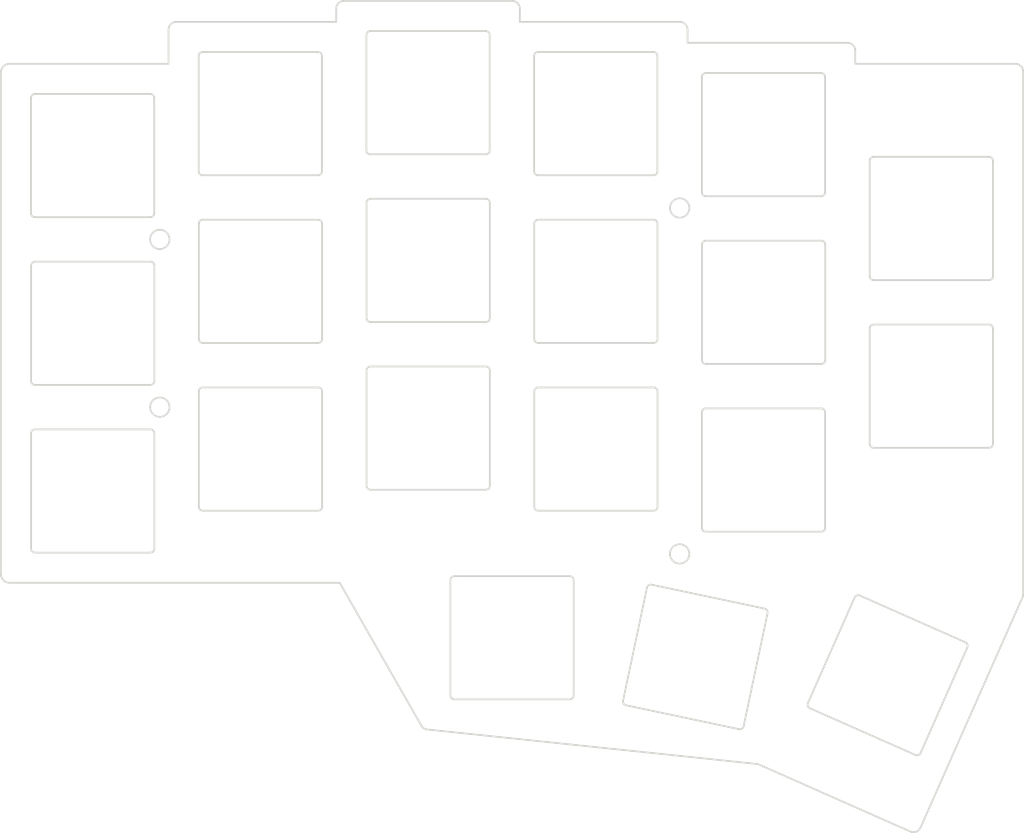
<source format=kicad_pcb>
(kicad_pcb (version 20221018) (generator pcbnew)

  (general
    (thickness 1.6)
  )

  (paper "A4")
  (title_block
    (date "2023-12-04")
  )

  (layers
    (0 "F.Cu" signal)
    (31 "B.Cu" signal)
    (32 "B.Adhes" user "B.Adhesive")
    (33 "F.Adhes" user "F.Adhesive")
    (34 "B.Paste" user)
    (35 "F.Paste" user)
    (36 "B.SilkS" user "B.Silkscreen")
    (37 "F.SilkS" user "F.Silkscreen")
    (38 "B.Mask" user)
    (39 "F.Mask" user)
    (40 "Dwgs.User" user "User.Drawings")
    (41 "Cmts.User" user "User.Comments")
    (42 "Eco1.User" user "User.Eco1")
    (43 "Eco2.User" user "User.Eco2")
    (44 "Edge.Cuts" user)
    (45 "Margin" user)
    (46 "B.CrtYd" user "B.Courtyard")
    (47 "F.CrtYd" user "F.Courtyard")
    (48 "B.Fab" user)
    (49 "F.Fab" user)
  )

  (setup
    (pad_to_mask_clearance 0.2)
    (aux_axis_origin 174 65.7)
    (grid_origin -101.328346 -17.170632)
    (pcbplotparams
      (layerselection 0x00010f0_ffffffff)
      (plot_on_all_layers_selection 0x0000000_00000000)
      (disableapertmacros false)
      (usegerberextensions true)
      (usegerberattributes false)
      (usegerberadvancedattributes false)
      (creategerberjobfile false)
      (dashed_line_dash_ratio 12.000000)
      (dashed_line_gap_ratio 3.000000)
      (svgprecision 6)
      (plotframeref false)
      (viasonmask false)
      (mode 1)
      (useauxorigin false)
      (hpglpennumber 1)
      (hpglpenspeed 20)
      (hpglpendiameter 15.000000)
      (dxfpolygonmode true)
      (dxfimperialunits true)
      (dxfusepcbnewfont true)
      (psnegative false)
      (psa4output false)
      (plotreference true)
      (plotvalue true)
      (plotinvisibletext false)
      (sketchpadsonfab false)
      (subtractmaskfromsilk false)
      (outputformat 1)
      (mirror false)
      (drillshape 0)
      (scaleselection 1)
      (outputdirectory "../../../../../../../Desktop/2020-08-15/jlcpcb/corne-top/")
    )
  )

  (net 0 "")

  (gr_line (start -116.437449 5.304729) (end -103.437458 5.304738)
    (stroke (width 0.2) (type solid)) (layer "Edge.Cuts") (tstamp 00d3defd-c047-47c9-8292-1c4c9c838a32))
  (gr_curve (pts (xy -23.647391 -19.346015) (xy -23.566161 -19.277964) (xy -23.485437 -19.186319) (xy -23.426646 -19.073115))
    (stroke (width 0.2) (type solid)) (layer "Edge.Cuts") (tstamp 013138bd-a07b-4f69-b925-a06615e90efc))
  (gr_curve (pts (xy -65.142164 12.139182) (xy -65.08911 12.122568) (xy -65.041121 12.095974) (xy -64.996976 12.058992))
    (stroke (width 0.2) (type solid)) (layer "Edge.Cuts") (tstamp 01568db3-99b2-435a-9c87-1fbb8d76493d))
  (gr_curve (pts (xy -45.794759 33.22469) (xy -45.787515 33.178522) (xy -45.787515 33.134644) (xy -45.787515 33.092232))
    (stroke (width 0.2) (type solid)) (layer "Edge.Cuts") (tstamp 01e147c0-5577-4a80-ac4b-36dc94cefd58))
  (gr_line (start -69.312515 54.523363) (end -69.312515 41.523363)
    (stroke (width 0.2) (type solid)) (layer "Edge.Cuts") (tstamp 0282910d-65b7-4fbe-8a34-31a234ac20b3))
  (gr_curve (pts (xy -45.905338 -18.349938) (xy -45.939363 -18.390553) (xy -45.985186 -18.430915) (xy -46.041788 -18.460311))
    (stroke (width 0.2) (type solid)) (layer "Edge.Cuts") (tstamp 04310687-4503-4035-8432-72aa9143e223))
  (gr_curve (pts (xy -84.192164 14.520432) (xy -84.13911 14.503818) (xy -84.091121 14.477224) (xy -84.046977 14.440242))
    (stroke (width 0.2) (type solid)) (layer "Edge.Cuts") (tstamp 04842aef-3785-4592-9e69-44cb07db4aa8))
  (gr_curve (pts (xy -23.937766 -19.506396) (xy -23.831657 -19.473167) (xy -23.735679 -19.419979) (xy -23.647391 -19.346015))
    (stroke (width 0.2) (type solid)) (layer "Edge.Cuts") (tstamp 04bcc68e-e060-4271-ac03-283919510c2a))
  (gr_curve (pts (xy -40.746101 -15.757457) (xy -40.753346 -15.711289) (xy -40.753346 -15.667412) (xy -40.753346 -15.625))
    (stroke (width 0.2) (type solid)) (layer "Edge.Cuts") (tstamp 0536c7fa-1585-4f99-b7dc-635cd4a736df))
  (gr_curve (pts (xy -97.743823 -18.406012) (xy -97.784438 -18.371987) (xy -97.8248 -18.326164) (xy -97.854196 -18.269562))
    (stroke (width 0.2) (type solid)) (layer "Edge.Cuts") (tstamp 055b6be0-64d7-4252-928c-6fef3f55f72c))
  (gr_line (start -40.238504 2.924005) (end -27.238504 2.924005)
    (stroke (width 0.2) (type solid)) (layer "Edge.Cuts") (tstamp 057b73c0-cd8a-42ca-89be-77f643fe12b3))
  (gr_curve (pts (xy -103.305001 5.311983) (xy -103.351169 5.304738) (xy -103.395046 5.304738) (xy -103.437458 5.304738))
    (stroke (width 0.2) (type solid)) (layer "Edge.Cuts") (tstamp 057f127d-3bb9-4351-8fc6-b6d5fe182e8c))
  (gr_curve (pts (xy -7.846976 7.296492) (xy -7.806362 7.262466) (xy -7.766 7.216644) (xy -7.736604 7.160042))
    (stroke (width 0.2) (type solid)) (layer "Edge.Cuts") (tstamp 05f58596-cc52-4c94-a075-07223f891c7f))
  (gr_line (start -22.765832 43.249083) (end -10.878733 48.511864)
    (stroke (width 0.2) (type solid)) (layer "Edge.Cuts") (tstamp 06007355-141d-45cf-a162-39cb64fcfabd))
  (gr_curve (pts (xy -21.449012 26.399334) (xy -21.40248 26.4235) (xy -21.358403 26.4352) (xy -21.319911 26.44124))
    (stroke (width 0.2) (type solid)) (layer "Edge.Cuts") (tstamp 0602f3c8-6182-4139-a250-02cf57982e22))
  (gr_curve (pts (xy -55.334317 41.328073) (xy -55.350931 41.275019) (xy -55.377525 41.22703) (xy -55.414507 41.182886))
    (stroke (width 0.2) (type solid)) (layer "Edge.Cuts") (tstamp 065e748c-a38f-4efd-9aa9-68b2d5400bd2))
  (gr_curve (pts (xy -78.815652 11.856274) (xy -78.799038 11.909328) (xy -78.772443 11.957317) (xy -78.735461 12.001462))
    (stroke (width 0.2) (type solid)) (layer "Edge.Cuts") (tstamp 0665601c-2d05-4ed3-8919-264c3ff789f9))
  (gr_line (start -65.337454 31.210984) (end -78.337454 31.210984)
    (stroke (width 0.2) (type solid)) (layer "Edge.Cuts") (tstamp 06f1636a-e93a-47c9-830e-d57b98ff8ab4))
  (gr_curve (pts (xy -33.562291 44.73078) (xy -33.605961 44.714141) (xy -33.648889 44.705063) (xy -33.690384 44.696288))
    (stroke (width 0.2) (type solid)) (layer "Edge.Cuts") (tstamp 079525b0-7593-4372-84ce-f4226e09fc4c))
  (gr_curve (pts (xy -116.851353 0.094816) (xy -116.817328 0.135431) (xy -116.771505 0.175793) (xy -116.714903 0.205189))
    (stroke (width 0.2) (type solid)) (layer "Edge.Cuts") (tstamp 07b7aa24-293b-4437-8f86-82711e81e7a7))
  (gr_line (start -97.887454 14.042234) (end -97.887454 1.042234)
    (stroke (width 0.2) (type solid)) (layer "Edge.Cuts") (tstamp 07d26c9b-134f-4b3e-b6bc-b3be48e68585))
  (gr_curve (pts (xy -65.075896 -1.789866) (xy -65.122428 -1.814032) (xy -65.166505 -1.825731) (xy -65.204996 -1.831771))
    (stroke (width 0.2) (type solid)) (layer "Edge.Cuts") (tstamp 08538064-0adb-4efd-ba51-40bf87607568))
  (gr_line (start -84.387458 33.592238) (end -97.387452 33.592238)
    (stroke (width 0.2) (type solid)) (layer "Edge.Cuts") (tstamp 08a5ea8a-153a-415b-bbb7-f1437d0383b5))
  (gr_curve (pts (xy -116.699016 19.255588) (xy -116.652484 19.279754) (xy -116.608408 19.291454) (xy -116.569916 19.297494))
    (stroke (width 0.2) (type solid)) (layer "Edge.Cuts") (tstamp 08abc198-f262-46b8-841b-e63f8dc3d364))
  (gr_line (start -78.337454 -1.839016) (end -65.337454 -1.839016)
    (stroke (width 0.2) (type solid)) (layer "Edge.Cuts") (tstamp 099a962c-1809-4a0d-b025-50746ebf9495))
  (gr_curve (pts (xy -72.494656 58.173713) (xy -72.558918 58.099914) (xy -72.603066 58.022656) (xy -72.644369 57.950377))
    (stroke (width 0.2) (type solid)) (layer "Edge.Cuts") (tstamp 09c7571e-35d0-48f0-a217-046e03ddf301))
  (gr_line (start -84.403346 -4.508004) (end -97.403346 -4.508004)
    (stroke (width 0.2) (type solid)) (layer "Edge.Cuts") (tstamp 09c9a5a8-4198-42e4-aa5f-717e9c2e829a))
  (gr_curve (pts (xy -116.585803 0.247094) (xy -116.539635 0.254339) (xy -116.495758 0.254339) (xy -116.453346 0.254339))
    (stroke (width 0.2) (type solid)) (layer "Edge.Cuts") (tstamp 0a6b7d91-72ae-4a02-a781-f1ee7d51619b))
  (gr_line (start -59.787515 33.092232) (end -59.787515 20.092232)
    (stroke (width 0.2) (type solid)) (layer "Edge.Cuts") (tstamp 0aac6d4a-d458-45c8-baf4-55378995e847))
  (gr_curve (pts (xy -16.546343 61.313355) (xy -16.490792 61.337949) (xy -16.431432 61.36423) (xy -16.358945 61.372479))
    (stroke (width 0.2) (type solid)) (layer "Edge.Cuts") (tstamp 0ae525a7-1465-44cd-8607-95d5cb6a78b4))
  (gr_curve (pts (xy -84.005338 -18.348482) (xy -84.039363 -18.389096) (xy -84.085186 -18.429459) (xy -84.141788 -18.458854))
    (stroke (width 0.2) (type solid)) (layer "Edge.Cuts") (tstamp 0afa68e3-bb95-4e7d-8b7e-ddedbe7ca0f9))
  (gr_line (start -78.837454 11.660984) (end -78.837454 -1.339016)
    (stroke (width 0.2) (type solid)) (layer "Edge.Cuts") (tstamp 0b167751-70f6-442a-90d7-3f0b1cc7798a))
  (gr_line (start -103.437459 19.304739) (end -116.437458 19.304739)
    (stroke (width 0.2) (type solid)) (layer "Edge.Cuts") (tstamp 0b4c9291-aaff-4ef8-a78a-f1c5459dc40b))
  (gr_curve (pts (xy -7.709256 12.753194) (xy -7.72587 12.70014) (xy -7.752464 12.652151) (xy -7.789446 12.608007))
    (stroke (width 0.2) (type solid)) (layer "Edge.Cuts") (tstamp 0b535421-0ad5-4286-8025-8fbdc3a47ee5))
  (gr_curve (pts (xy -78.837454 30.710984) (xy -78.837454 30.771736) (xy -78.837454 30.836653) (xy -78.815652 30.906274))
    (stroke (width 0.2) (type solid)) (layer "Edge.Cuts") (tstamp 0c0f3880-d0ac-4d0b-a515-7bb28e68aafc))
  (gr_curve (pts (xy -83.909256 0.846945) (xy -83.92587 0.79389) (xy -83.952464 0.745901) (xy -83.989447 0.701757))
    (stroke (width 0.2) (type solid)) (layer "Edge.Cuts") (tstamp 0d1e0666-11df-4032-bdf5-991d9b3e8bb9))
  (gr_line (start -34.384336 62.369967) (end -17.186286 69.984068)
    (stroke (width 0.2) (type solid)) (layer "Edge.Cuts") (tstamp 0d5a3348-b007-4389-bf4f-3fe9bb6443b8))
  (gr_curve (pts (xy -103.304995 24.361985) (xy -103.351163 24.35474) (xy -103.39504 24.35474) (xy -103.437453 24.35474))
    (stroke (width 0.2) (type solid)) (layer "Edge.Cuts") (tstamp 0e2327d9-f46e-4949-8f0d-d6e4f4bc61e9))
  (gr_curve (pts (xy -59.422675 14.529513) (xy -59.376508 14.536757) (xy -59.33263 14.536757) (xy -59.290218 14.536757))
    (stroke (width 0.2) (type solid)) (layer "Edge.Cuts") (tstamp 0e487b8d-38d5-4962-a725-a38de2add9c1))
  (gr_curve (pts (xy -26.76059 -2.492542) (xy -26.753346 -2.53871) (xy -26.753346 -2.582588) (xy -26.753346 -2.625))
    (stroke (width 0.2) (type solid)) (layer "Edge.Cuts") (tstamp 0e507b20-a434-4717-988b-3632a0d87df4))
  (gr_curve (pts (xy -84.387454 14.542234) (xy -84.326703 14.542234) (xy -84.261785 14.542234) (xy -84.192164 14.520432))
    (stroke (width 0.2) (type solid)) (layer "Edge.Cuts") (tstamp 0e92cbc0-dec3-4d05-bbfd-29d5f9b567ae))
  (gr_line (start -120.370401 -16.170521) (end -120.370397 40.779737)
    (stroke (width 0.2) (type solid)) (layer "Edge.Cuts") (tstamp 0eba083c-575d-48dc-824f-85e5ae2ea834))
  (gr_curve (pts (xy -21.687454 25.948484) (xy -21.687454 26.009235) (xy -21.687454 26.074153) (xy -21.665652 26.143774))
    (stroke (width 0.2) (type solid)) (layer "Edge.Cuts") (tstamp 0f95d3d6-7e13-4ecc-9e0a-984bb47ac393))
  (gr_curve (pts (xy -45.81059 -4.877003) (xy -45.803346 -4.923171) (xy -45.803346 -4.967049) (xy -45.803346 -5.009461))
    (stroke (width 0.2) (type solid)) (layer "Edge.Cuts") (tstamp 0facba5e-b3fb-44d4-8aab-89b0be0f38cf))
  (gr_line (start -82.278346 -23.314276) (end -82.278346 -21.933004)
    (stroke (width 0.2) (type solid)) (layer "Edge.Cuts") (tstamp 10822e78-c8fc-49a7-a73e-74c490716b1c))
  (gr_curve (pts (xy -97.64901 33.543088) (xy -97.602478 33.567254) (xy -97.558401 33.578954) (xy -97.51991 33.584994))
    (stroke (width 0.2) (type solid)) (layer "Edge.Cuts") (tstamp 10cc8ee5-4fcd-4651-8923-8d8c3e8c98c4))
  (gr_curve (pts (xy -28.732798 55.743583) (xy -28.718128 55.794495) (xy -28.692567 55.849953) (xy -28.652711 55.899746))
    (stroke (width 0.2) (type solid)) (layer "Edge.Cuts") (tstamp 1232d4e8-2a7b-412d-a30b-e43e2d8255b1))
  (gr_curve (pts (xy -102.937453 24.85474) (xy -102.937453 24.793989) (xy -102.937453 24.729071) (xy -102.959255 24.65945))
    (stroke (width 0.2) (type solid)) (layer "Edge.Cuts") (tstamp 124d5419-6059-4d92-99c5-7a3c5083e4f4))
  (gr_curve (pts (xy -102.959261 5.609448) (xy -102.975875 5.556394) (xy -103.002469 5.508405) (xy -103.039451 5.464261))
    (stroke (width 0.2) (type solid)) (layer "Edge.Cuts") (tstamp 12ef1e33-b61c-452d-9fb7-4d959062e348))
  (gr_line (start -55.812515 55.023363) (end -68.812515 55.023363)
    (stroke (width 0.2) (type solid)) (layer "Edge.Cuts") (tstamp 13073389-5701-45de-854d-36d419ceddad))
  (gr_curve (pts (xy -26.753346 22.473363) (xy -26.753346 22.412612) (xy -26.753346 22.347694) (xy -26.775148 22.278073))
    (stroke (width 0.2) (type solid)) (layer "Edge.Cuts") (tstamp 13148475-766f-4cd6-89b6-8f1b1278c498))
  (gr_curve (pts (xy -84.192162 33.570436) (xy -84.139108 33.553822) (xy -84.091119 33.527228) (xy -84.046975 33.490246))
    (stroke (width 0.2) (type solid)) (layer "Edge.Cuts") (tstamp 13178980-6266-463c-8d74-3fdd8a44162e))
  (gr_curve (pts (xy -116.915657 19.000028) (xy -116.899042 19.053082) (xy -116.872448 19.101071) (xy -116.835466 19.145216))
    (stroke (width 0.2) (type solid)) (layer "Edge.Cuts") (tstamp 13ee10e8-a841-41e4-8cdc-9c0e2f445158))
  (gr_curve (pts (xy -64.844698 11.793442) (xy -64.837454 11.747274) (xy -64.837454 11.703396) (xy -64.837454 11.660984))
    (stroke (width 0.2) (type solid)) (layer "Edge.Cuts") (tstamp 147a86d2-02d0-4c43-a0b9-2e810c2c5f77))
  (gr_circle (center -43.278346 38.498363) (end -42.178346 38.498363)
    (stroke (width 0.2) (type solid)) (fill none) (layer "Edge.Cuts") (tstamp 155efd52-e4b6-486a-86ab-c174bf4a8f2c))
  (gr_curve (pts (xy -40.253346 21.973363) (xy -40.314097 21.973363) (xy -40.379015 21.973363) (xy -40.448635 21.995165))
    (stroke (width 0.2) (type solid)) (layer "Edge.Cuts") (tstamp 15915e73-3c23-4411-85ba-6ab28825f110))
  (gr_line (start -43.378346 -21.934461) (end -61.428346 -21.934461)
    (stroke (width 0.2) (type solid)) (layer "Edge.Cuts") (tstamp 1607ff18-5569-4449-8ede-9ae022fc5dd0))
  (gr_curve (pts (xy -103.039451 5.464261) (xy -103.073476 5.423646) (xy -103.119299 5.383284) (xy -103.175901 5.353888))
    (stroke (width 0.2) (type solid)) (layer "Edge.Cuts") (tstamp 1608ecb9-eb4b-44c8-95e0-c755af742499))
  (gr_line (start -26.753346 -15.625) (end -26.753346 -2.625)
    (stroke (width 0.2) (type solid)) (layer "Edge.Cuts") (tstamp 1675da13-cd91-49fa-bd44-e601a9251341))
  (gr_line (start -71.880134 58.448814) (end -34.384336 62.369967)
    (stroke (width 0.2) (type solid)) (layer "Edge.Cuts") (tstamp 169a1c12-ba0e-4231-aaf2-03eba4a50a04))
  (gr_curve (pts (xy -83.887452 20.092238) (xy -83.887452 20.031487) (xy -83.887452 19.966569) (xy -83.909254 19.896948))
    (stroke (width 0.2) (type solid)) (layer "Edge.Cuts") (tstamp 18705cce-58ba-4453-b188-5daa9db6c453))
  (gr_curve (pts (xy -45.809317 19.896943) (xy -45.825931 19.843888) (xy -45.852525 19.795899) (xy -45.889507 19.751755))
    (stroke (width 0.2) (type solid)) (layer "Edge.Cuts") (tstamp 18b315de-a906-4fbd-a429-4076bb679186))
  (gr_curve (pts (xy -26.898026 16.822012) (xy -26.857411 16.787987) (xy -26.817049 16.742164) (xy -26.787654 16.685562))
    (stroke (width 0.2) (type solid)) (layer "Edge.Cuts") (tstamp 19a53b6d-ac9c-4616-a035-ba850240b853))
  (gr_line (start -65.353346 -6.889276) (end -78.353346 -6.889276)
    (stroke (width 0.2) (type solid)) (layer "Edge.Cuts") (tstamp 1a3ebe49-0478-4142-b2ec-739f8b756ffd))
  (gr_curve (pts (xy -116.777926 5.406721) (xy -116.818541 5.440746) (xy -116.858903 5.486569) (xy -116.888299 5.543171))
    (stroke (width 0.2) (type solid)) (layer "Edge.Cuts") (tstamp 1a5c4b31-6ea2-4892-8c82-3484d7bc0b3f))
  (gr_curve (pts (xy -102.937459 5.804738) (xy -102.937459 5.743987) (xy -102.937459 5.679069) (xy -102.959261 5.609448))
    (stroke (width 0.2) (type solid)) (layer "Edge.Cuts") (tstamp 1a67f0d6-0a60-4471-aa14-5709dc3c886c))
  (gr_curve (pts (xy -40.753346 -2.625) (xy -40.753346 -2.564248) (xy -40.753346 -2.499331) (xy -40.731544 -2.42971))
    (stroke (width 0.2) (type solid)) (layer "Edge.Cuts") (tstamp 1ae268f2-e16d-4ceb-940f-45a98025c6e4))
  (gr_line (start -40.738504 16.424005) (end -40.738504 3.424005)
    (stroke (width 0.2) (type solid)) (layer "Edge.Cuts") (tstamp 1b0be487-bf53-4647-bcec-8ddba8ed3ef5))
  (gr_curve (pts (xy -78.693823 -20.787283) (xy -78.734438 -20.753258) (xy -78.7748 -20.707435) (xy -78.804196 -20.650833))
    (stroke (width 0.2) (type solid)) (layer "Edge.Cuts") (tstamp 1b46dc07-7497-4733-af46-2ffdb09ac5f4))
  (gr_line (start -116.937458 18.804738) (end -116.937449 5.804729)
    (stroke (width 0.2) (type solid)) (layer "Edge.Cuts") (tstamp 1bef7c62-2b3e-4a3d-b425-52d02bc626e4))
  (gr_curve (pts (xy -40.370961 16.91676) (xy -40.324793 16.924005) (xy -40.280916 16.924005) (xy -40.238504 16.924005))
    (stroke (width 0.2) (type solid)) (layer "Edge.Cuts") (tstamp 1c6b767d-f04a-4407-92fd-09df7e447b68))
  (gr_curve (pts (xy -59.754196 -18.271019) (xy -59.778362 -18.224487) (xy -59.790061 -18.18041) (xy -59.796101 -18.141918))
    (stroke (width 0.2) (type solid)) (layer "Edge.Cuts") (tstamp 1ca7f22f-85c8-46e6-82eb-f1280c0df802))
  (gr_curve (pts (xy -26.775148 -15.82029) (xy -26.791762 -15.873344) (xy -26.818356 -15.921333) (xy -26.855338 -15.965477))
    (stroke (width 0.2) (type solid)) (layer "Edge.Cuts") (tstamp 1d84853c-4778-43b5-bf06-ee5d1ac3aef1))
  (gr_line (start -46.303346 -4.509461) (end -59.303346 -4.509461)
    (stroke (width 0.2) (type solid)) (layer "Edge.Cuts") (tstamp 1e4ca3f1-464c-4ed9-9244-26dc4eaf3969))
  (gr_curve (pts (xy -23.342835 -18.814915) (xy -23.328346 -18.722579) (xy -23.328346 -18.634824) (xy -23.328346 -18.55))
    (stroke (width 0.2) (type solid)) (layer "Edge.Cuts") (tstamp 1eb7f74c-17c7-47d4-ae27-66bc46eb2421))
  (gr_line (start -23.328346 -17.16875) (end -23.328346 -18.55)
    (stroke (width 0.2) (type solid)) (layer "Edge.Cuts") (tstamp 1eef421e-0070-4420-87c3-bba1ac182f7e))
  (gr_line (start -46.409121 42.006731) (end -33.690384 44.696288)
    (stroke (width 0.2) (type solid)) (layer "Edge.Cuts") (tstamp 1f2a0c79-64f8-453e-b2b0-07dc80950c6f))
  (gr_curve (pts (xy -78.846101 -20.521733) (xy -78.853346 -20.475565) (xy -78.853346 -20.431688) (xy -78.853346 -20.389276))
    (stroke (width 0.2) (type solid)) (layer "Edge.Cuts") (tstamp 1f7d1086-edb5-4e75-8c81-6c07ff303adc))
  (gr_curve (pts (xy -116.915651 38.05003) (xy -116.899036 38.103084) (xy -116.872442 38.151073) (xy -116.83546 38.195218))
    (stroke (width 0.2) (type solid)) (layer "Edge.Cuts") (tstamp 1f8ace33-470d-4f9e-8545-d590974ee486))
  (gr_curve (pts (xy -83.952496 -4.746447) (xy -83.92833 -4.792978) (xy -83.91663 -4.837055) (xy -83.91059 -4.875547))
    (stroke (width 0.2) (type solid)) (layer "Edge.Cuts") (tstamp 1fa6b6b2-6451-41d3-bf60-962ac11f0e7d))
  (gr_line (start -45.787515 20.092232) (end -45.787515 33.092232)
    (stroke (width 0.2) (type solid)) (layer "Edge.Cuts") (tstamp 1fb082ed-7679-490d-8e34-2ec8bee78c4d))
  (gr_curve (pts (xy -116.632742 24.376542) (xy -116.685797 24.393156) (xy -116.733786 24.419751) (xy -116.77793 24.456733))
    (stroke (width 0.2) (type solid)) (layer "Edge.Cuts") (tstamp 1fe895ce-8776-4c51-b4e3-1e805183eae0))
  (gr_curve (pts (xy -78.337454 -1.839016) (xy -78.398205 -1.839016) (xy -78.463123 -1.839016) (xy -78.532744 -1.817214))
    (stroke (width 0.2) (type solid)) (layer "Edge.Cuts") (tstamp 202dc380-b3f3-46d7-ba6e-0d982bb0d4cc))
  (gr_curve (pts (xy -45.836665 33.35379) (xy -45.812499 33.307258) (xy -45.800799 33.263181) (xy -45.794759 33.22469))
    (stroke (width 0.2) (type solid)) (layer "Edge.Cuts") (tstamp 20d18b73-ac65-43d5-8390-db6e53d39db8))
  (gr_line (start -116.937458 37.854738) (end -116.937453 24.85474)
    (stroke (width 0.2) (type solid)) (layer "Edge.Cuts") (tstamp 21185bf3-ef69-436e-8a01-4d5340a9deaa))
  (gr_curve (pts (xy -64.996977 31.108992) (xy -64.956362 31.074967) (xy -64.916 31.029144) (xy -64.886604 30.972542))
    (stroke (width 0.2) (type solid)) (layer "Edge.Cuts") (tstamp 22ae9c5a-baf2-47cd-98c2-850ea4305aa2))
  (gr_curve (pts (xy -84.403346 -4.508004) (xy -84.342594 -4.508004) (xy -84.277676 -4.508004) (xy -84.208056 -4.529806))
    (stroke (width 0.2) (type solid)) (layer "Edge.Cuts") (tstamp 22cbc510-10a5-4530-a282-baf84b792178))
  (gr_curve (pts (xy -64.886604 11.922542) (xy -64.862438 11.87601) (xy -64.850738 11.831933) (xy -64.844698 11.793442))
    (stroke (width 0.2) (type solid)) (layer "Edge.Cuts") (tstamp 2310ea9d-35d9-49ea-a801-0cc801602b90))
  (gr_curve (pts (xy -26.760306 3.228715) (xy -26.77692 3.175661) (xy -26.803514 3.127672) (xy -26.840496 3.083527))
    (stroke (width 0.2) (type solid)) (layer "Edge.Cuts") (tstamp 2325aa85-d979-4304-a28c-14af48004200))
  (gr_curve (pts (xy -97.896101 -18.140462) (xy -97.903346 -18.094294) (xy -97.903346 -18.050416) (xy -97.903346 -18.008004))
    (stroke (width 0.2) (type solid)) (layer "Edge.Cuts") (tstamp 232c88cb-5eda-4d1a-a970-8fb2637a723b))
  (gr_curve (pts (xy -100.851461 -21.834704) (xy -100.758397 -21.883036) (xy -100.670244 -21.906435) (xy -100.593261 -21.918515))
    (stroke (width 0.2) (type solid)) (layer "Edge.Cuts") (tstamp 23534cf5-abda-48c5-9285-c12f45b3f5fd))
  (gr_curve (pts (xy -59.790218 14.036757) (xy -59.790218 14.097509) (xy -59.790218 14.162426) (xy -59.768416 14.232047))
    (stroke (width 0.2) (type solid)) (layer "Edge.Cuts") (tstamp 235c14ce-8068-4fb0-b938-f36954ac62f7))
  (gr_curve (pts (xy -64.86059 -7.256818) (xy -64.853346 -7.302986) (xy -64.853346 -7.346864) (xy -64.853346 -7.389276))
    (stroke (width 0.2) (type solid)) (layer "Edge.Cuts") (tstamp 255e2158-566d-403b-9c32-0c15858c256e))
  (gr_curve (pts (xy -97.903346 -5.008004) (xy -97.903346 -4.947253) (xy -97.903346 -4.882335) (xy -97.881544 -4.812714))
    (stroke (width 0.2) (type solid)) (layer "Edge.Cuts") (tstamp 25b7ce8c-e4b9-4357-83b3-afaf8bbb4337))
  (gr_curve (pts (xy -69.210522 54.86384) (xy -69.176497 54.904455) (xy -69.130674 54.944817) (xy -69.074072 54.974213))
    (stroke (width 0.2) (type solid)) (layer "Edge.Cuts") (tstamp 25bc7572-62e1-4f67-9813-f27cc0bffa7c))
  (gr_curve (pts (xy -46.108056 -4.531263) (xy -46.055002 -4.547877) (xy -46.007012 -4.574471) (xy -45.962868 -4.611453))
    (stroke (width 0.2) (type solid)) (layer "Edge.Cuts") (tstamp 263ce216-02bc-4cc8-83d9-588524820560))
  (gr_curve (pts (xy -84.387452 33.592238) (xy -84.326701 33.592238) (xy -84.261783 33.592238) (xy -84.192162 33.570436))
    (stroke (width 0.2) (type solid)) (layer "Edge.Cuts") (tstamp 26d407f0-fda6-4790-88aa-e7665e4a8c77))
  (gr_curve (pts (xy -97.78546 33.432716) (xy -97.751434 33.47333) (xy -97.705612 33.513692) (xy -97.64901 33.543088))
    (stroke (width 0.2) (type solid)) (layer "Edge.Cuts") (tstamp 27149565-867a-4ce4-a53a-e0fdd1ef9075))
  (gr_curve (pts (xy -64.844699 30.843442) (xy -64.837454 30.797274) (xy -64.837454 30.753396) (xy -64.837454 30.710984))
    (stroke (width 0.2) (type solid)) (layer "Edge.Cuts") (tstamp 2925ba1d-2326-4ca9-80cd-0435d13c83db))
  (gr_curve (pts (xy -65.337454 12.160984) (xy -65.276703 12.160984) (xy -65.211785 12.160984) (xy -65.142164 12.139182))
    (stroke (width 0.2) (type solid)) (layer "Edge.Cuts") (tstamp 29569a7e-f1e2-47d6-828d-d947dad9bb9b))
  (gr_curve (pts (xy -103.191788 -13.696511) (xy -103.23832 -13.720677) (xy -103.282397 -13.732377) (xy -103.320888 -13.738417))
    (stroke (width 0.2) (type solid)) (layer "Edge.Cuts") (tstamp 2aa57bad-d595-4115-a1b0-81c1d23da9cd))
  (gr_curve (pts (xy -36.096404 58.253382) (xy -36.063134 58.212857) (xy -36.042568 58.172154) (xy -36.028695 58.135745))
    (stroke (width 0.2) (type solid)) (layer "Edge.Cuts") (tstamp 2b072f17-cc7a-476d-a34e-33297ca1fb02))
  (gr_curve (pts (xy -97.880208 19.959781) (xy -97.887452 20.005948) (xy -97.887452 20.049826) (xy -97.887452 20.092238))
    (stroke (width 0.2) (type solid)) (layer "Edge.Cuts") (tstamp 2b15001e-fe08-41b2-b909-8c6294afaa3b))
  (gr_curve (pts (xy -7.846976 26.346492) (xy -7.806362 26.312466) (xy -7.766 26.266644) (xy -7.736604 26.210042))
    (stroke (width 0.2) (type solid)) (layer "Edge.Cuts") (tstamp 2b5a2d93-8ba4-4d2a-b8ed-20a8474cc4ed))
  (gr_curve (pts (xy -21.665652 7.093774) (xy -21.649038 7.146828) (xy -21.622443 7.194817) (xy -21.585461 7.238962))
    (stroke (width 0.2) (type solid)) (layer "Edge.Cuts") (tstamp 2ba89877-1860-4bf4-9345-a0671b745871))
  (gr_curve (pts (xy -116.83546 38.195218) (xy -116.801435 38.235832) (xy -116.755612 38.276195) (xy -116.69901 38.30559))
    (stroke (width 0.2) (type solid)) (layer "Edge.Cuts") (tstamp 2bb17085-bc78-41ab-98cd-cc80ce173a10))
  (gr_curve (pts (xy -21.319911 26.44124) (xy -21.273744 26.448484) (xy -21.229866 26.448484) (xy -21.187454 26.448484))
    (stroke (width 0.2) (type solid)) (layer "Edge.Cuts") (tstamp 2c5f7312-1211-4991-9d19-14d745fc7ba4))
  (gr_curve (pts (xy -40.651353 35.81384) (xy -40.617328 35.854455) (xy -40.571505 35.894817) (xy -40.514903 35.924213))
    (stroke (width 0.2) (type solid)) (layer "Edge.Cuts") (tstamp 2cfaf2dc-49e0-4718-95d8-9a6232140061))
  (gr_curve (pts (xy -103.002496 0.015896) (xy -102.97833 -0.030636) (xy -102.96663 -0.074712) (xy -102.96059 -0.113204))
    (stroke (width 0.2) (type solid)) (layer "Edge.Cuts") (tstamp 2d60aa6e-4ee8-413d-8f24-ee95fd53830d))
  (gr_curve (pts (xy -103.242163 38.332938) (xy -103.189108 38.316324) (xy -103.141119 38.28973) (xy -103.096975 38.252748))
    (stroke (width 0.2) (type solid)) (layer "Edge.Cuts") (tstamp 2db288b8-220c-4e6d-96c8-77455fc3c964))
  (gr_curve (pts (xy -16.938184 70.078065) (xy -17.02848 70.053933) (xy -17.108723 70.018407) (xy -17.186286 69.984068))
    (stroke (width 0.2) (type solid)) (layer "Edge.Cuts") (tstamp 2ec641cd-5eb9-498c-951a-22b4f79c976e))
  (gr_line (start -15.867064 69.474505) (end -4.34811 43.456521)
    (stroke (width 0.2) (type solid)) (layer "Edge.Cuts") (tstamp 2fb202ed-7517-414e-9171-e0ea0e76e12c))
  (gr_line (start -83.887458 20.092238) (end -83.887458 33.092238)
    (stroke (width 0.2) (type solid)) (layer "Edge.Cuts") (tstamp 30677eb3-c622-4d04-bb00-c483632c6faa))
  (gr_line (start -8.187454 26.448484) (end -21.187454 26.448484)
    (stroke (width 0.2) (type solid)) (layer "Edge.Cuts") (tstamp 30e46b71-478d-411d-aff2-9998b12525c9))
  (gr_curve (pts (xy -59.485508 0.558559) (xy -59.538562 0.575174) (xy -59.586551 0.601768) (xy -59.630695 0.63875))
    (stroke (width 0.2) (type solid)) (layer "Edge.Cuts") (tstamp 30f692fd-8cf9-43db-8ef5-01d6bb6c14fd))
  (gr_line (start -27.253346 -2.125) (end -40.253346 -2.125)
    (stroke (width 0.2) (type solid)) (layer "Edge.Cuts") (tstamp 323b2e18-af87-4dc4-853c-ccdbe3bfac31))
  (gr_curve (pts (xy -40.716702 16.619295) (xy -40.700088 16.672349) (xy -40.673493 16.720338) (xy -40.636511 16.764482))
    (stroke (width 0.2) (type solid)) (layer "Edge.Cuts") (tstamp 340b9af4-d429-45e9-918f-6831ca9a35a3))
  (gr_curve (pts (xy -4.581548 -16.964765) (xy -4.500318 -16.896714) (xy -4.419594 -16.805069) (xy -4.360803 -16.691865))
    (stroke (width 0.2) (type solid)) (layer "Edge.Cuts") (tstamp 343c81f6-bdeb-4bec-af6d-917a1a19d59c))
  (gr_curve (pts (xy -102.986609 19.066296) (xy -102.962443 19.019764) (xy -102.950743 18.975688) (xy -102.944703 18.937196))
    (stroke (width 0.2) (type solid)) (layer "Edge.Cuts") (tstamp 3477f782-11d5-405b-8f92-774c76bee28f))
  (gr_line (start -78.853346 -7.389276) (end -78.853346 -20.389276)
    (stroke (width 0.2) (type solid)) (layer "Edge.Cuts") (tstamp 34a8d9d8-1daf-41e8-a362-18d408ece867))
  (gr_curve (pts (xy -27.253346 35.973363) (xy -27.192594 35.973363) (xy -27.127676 35.973363) (xy -27.058056 35.951561))
    (stroke (width 0.2) (type solid)) (layer "Edge.Cuts") (tstamp 357492db-8dcc-42c2-8611-634c3cbfdd42))
  (gr_curve (pts (xy -78.599012 12.111834) (xy -78.55248 12.136) (xy -78.508403 12.1477) (xy -78.469911 12.15374))
    (stroke (width 0.2) (type solid)) (layer "Edge.Cuts") (tstamp 3576ae84-6904-4d88-b32a-3aae6e807f39))
  (gr_curve (pts (xy -42.392835 -21.199376) (xy -42.378346 -21.10704) (xy -42.378346 -21.019285) (xy -42.378346 -20.934461))
    (stroke (width 0.2) (type solid)) (layer "Edge.Cuts") (tstamp 35a78bbe-38d7-4dab-85e3-c7aef4901f08))
  (gr_curve (pts (xy -69.290713 54.718653) (xy -69.274099 54.771707) (xy -69.247504 54.819696) (xy -69.210522 54.86384))
    (stroke (width 0.2) (type solid)) (layer "Edge.Cuts") (tstamp 35f17d9f-99d3-4b62-bc53-48cb89cb2a35))
  (gr_line (start -42.378346 -19.55) (end -42.378346 -20.934461)
    (stroke (width 0.2) (type solid)) (layer "Edge.Cuts") (tstamp 36d83389-91a9-4ee1-a524-e5fba7332450))
  (gr_curve (pts (xy -46.604696 41.987657) (xy -46.66004 41.992936) (xy -46.712493 42.009026) (xy -46.763333 42.036075))
    (stroke (width 0.2) (type solid)) (layer "Edge.Cuts") (tstamp 37483ee8-08d4-41a6-8b24-9b0a644104b9))
  (gr_curve (pts (xy -103.258056 0.232537) (xy -103.205002 0.215922) (xy -103.157012 0.189328) (xy -103.112868 0.152346))
    (stroke (width 0.2) (type solid)) (layer "Edge.Cuts") (tstamp 37d2a952-8c8c-433c-8dff-eeb51645214a))
  (gr_curve (pts (xy -101.284742 -21.323584) (xy -101.251513 -21.429692) (xy -101.198325 -21.52567) (xy -101.124361 -21.613959))
    (stroke (width 0.2) (type solid)) (layer "Edge.Cuts") (tstamp 38ab811d-d23d-4bfc-8d44-7516983b502c))
  (gr_curve (pts (xy -59.685522 33.43271) (xy -59.651497 33.473325) (xy -59.605674 33.513687) (xy -59.549072 33.543082))
    (stroke (width 0.2) (type solid)) (layer "Edge.Cuts") (tstamp 38d4102a-1ce8-44e8-83d0-dc74611209bc))
  (gr_curve (pts (xy -97.649012 14.493084) (xy -97.60248 14.51725) (xy -97.558403 14.52895) (xy -97.519912 14.53499))
    (stroke (width 0.2) (type solid)) (layer "Edge.Cuts") (tstamp 38f5c3c0-792f-45cd-96cb-4dc7b624f67e))
  (gr_curve (pts (xy -116.904196 -13.507219) (xy -116.928362 -13.460687) (xy -116.940061 -13.41661) (xy -116.946101 -13.378119))
    (stroke (width 0.2) (type solid)) (layer "Edge.Cuts") (tstamp 395ca9f1-16cf-4adb-829a-0169f22cc606))
  (gr_curve (pts (xy -4.360803 -16.691865) (xy -4.312471 -16.598801) (xy -4.289072 -16.510648) (xy -4.276992 -16.433665))
    (stroke (width 0.2) (type solid)) (layer "Edge.Cuts") (tstamp 3969b5ca-dbba-4f86-8bca-685466109488))
  (gr_curve (pts (xy -59.782973 0.9043) (xy -59.790218 0.950468) (xy -59.790218 0.994345) (xy -59.790218 1.036757))
    (stroke (width 0.2) (type solid)) (layer "Edge.Cuts") (tstamp 3a8c9692-71bb-4c3c-9936-1cdec070ca2a))
  (gr_curve (pts (xy -65.220888 -20.882031) (xy -65.267056 -20.889276) (xy -65.310934 -20.889276) (xy -65.353346 -20.889276))
    (stroke (width 0.2) (type solid)) (layer "Edge.Cuts") (tstamp 3b266da9-34b0-4923-8335-0838dcea7852))
  (gr_line (start -78.353346 -20.889276) (end -65.353346 -20.889276)
    (stroke (width 0.2) (type solid)) (layer "Edge.Cuts") (tstamp 3b32df21-05f7-43ca-a7e3-73a5238682de))
  (gr_curve (pts (xy -16.193724 61.35793) (xy -16.142811 61.343259) (xy -16.087354 61.317699) (xy -16.037561 61.277843))
    (stroke (width 0.2) (type solid)) (layer "Edge.Cuts") (tstamp 3c32ebfb-9297-471f-9468-4dbe98b43919))
  (gr_curve (pts (xy -59.803346 -5.009461) (xy -59.803346 -4.94871) (xy -59.803346 -4.883792) (xy -59.781544 -4.814171))
    (stroke (width 0.2) (type solid)) (layer "Edge.Cuts") (tstamp 3d328ccd-2faf-4a7d-92e7-4fc3659557a5))
  (gr_line (start -59.290218 0.536757) (end -46.290218 0.536757)
    (stroke (width 0.2) (type solid)) (layer "Edge.Cuts") (tstamp 3d9ffb2f-69a3-408b-b0e8-40a808d3cfcf))
  (gr_curve (pts (xy -26.753346 -15.625) (xy -26.753346 -15.685751) (xy -26.753346 -15.750669) (xy -26.775148 -15.82029))
    (stroke (width 0.2) (type solid)) (layer "Edge.Cuts") (tstamp 3e61db90-cfb1-4200-ace2-887786823d1a))
  (gr_curve (pts (xy -7.992164 26.426682) (xy -7.93911 26.410068) (xy -7.891121 26.383474) (xy -7.846976 26.346492))
    (stroke (width 0.2) (type solid)) (layer "Edge.Cuts") (tstamp 3ebba9ed-6ecb-45c0-8a04-86549496152a))
  (gr_curve (pts (xy -116.793823 -13.643669) (xy -116.834438 -13.609644) (xy -116.8748 -13.563821) (xy -116.904196 -13.507219))
    (stroke (width 0.2) (type solid)) (layer "Edge.Cuts") (tstamp 3fc63145-4177-44e1-8643-7db418ba6b25))
  (gr_curve (pts (xy -59.630695 0.63875) (xy -59.67131 0.672775) (xy -59.711672 0.718598) (xy -59.741068 0.7752))
    (stroke (width 0.2) (type solid)) (layer "Edge.Cuts") (tstamp 4024d40d-22e1-416e-b0de-cdc456c87fcb))
  (gr_line (start -97.903346 -5.008004) (end -97.903346 -18.008004)
    (stroke (width 0.2) (type solid)) (layer "Edge.Cuts") (tstamp 4091ddd9-72c7-4667-af95-181d07c1745e))
  (gr_curve (pts (xy -97.86565 33.287528) (xy -97.849036 33.340582) (xy -97.822442 33.388571) (xy -97.78546 33.432716))
    (stroke (width 0.2) (type solid)) (layer "Edge.Cuts") (tstamp 40fa3600-6ba2-4737-b80b-081e059fa480))
  (gr_curve (pts (xy -46.041788 -18.460311) (xy -46.08832 -18.484477) (xy -46.132397 -18.496176) (xy -46.170888 -18.502216))
    (stroke (width 0.2) (type solid)) (layer "Edge.Cuts") (tstamp 4108d1ec-6ed9-48da-8024-1ecbb071c4da))
  (gr_curve (pts (xy -4.262502 43.051692) (xy -4.262502 43.114725) (xy -4.262502 43.181926) (xy -4.278945 43.259681))
    (stroke (width 0.2) (type solid)) (layer "Edge.Cuts") (tstamp 4130d188-2d8b-4df6-ad71-155054346348))
  (gr_curve (pts (xy -46.092225 33.57043) (xy -46.039171 33.553816) (xy -45.991182 33.527222) (xy -45.947037 33.49024))
    (stroke (width 0.2) (type solid)) (layer "Edge.Cuts") (tstamp 413a91e0-8809-4672-960f-4827ffd3452b))
  (gr_line (start -116.437453 24.35474) (end -103.437458 24.354738)
    (stroke (width 0.2) (type solid)) (layer "Edge.Cuts") (tstamp 41c2a64e-64bc-412c-ab9a-40ae435110fc))
  (gr_curve (pts (xy -46.02866 0.585907) (xy -46.075192 0.561741) (xy -46.119269 0.550042) (xy -46.15776 0.544002))
    (stroke (width 0.2) (type solid)) (layer "Edge.Cuts") (tstamp 42315cf6-6e93-40d4-86d1-194583db14c3))
  (gr_curve (pts (xy -102.944697 37.987198) (xy -102.937453 37.94103) (xy -102.937453 37.897152) (xy -102.937453 37.85474))
    (stroke (width 0.2) (type solid)) (layer "Edge.Cuts") (tstamp 4309641a-b4a9-4136-b553-38b608dbe3a8))
  (gr_line (start -119.370401 -17.170521) (end -101.328346 -17.170632)
    (stroke (width 0.2) (type solid)) (layer "Edge.Cuts") (tstamp 4484fef7-5142-4522-ac2c-890b0da079c8))
  (gr_curve (pts (xy -78.337454 17.210984) (xy -78.398205 17.210984) (xy -78.463123 17.210984) (xy -78.532743 17.232786))
    (stroke (width 0.2) (type solid)) (layer "Edge.Cuts") (tstamp 4495473d-ed54-4564-b1ae-21f16d8d0d39))
  (gr_curve (pts (xy -78.830209 -1.471473) (xy -78.837454 -1.425306) (xy -78.837454 -1.381428) (xy -78.837454 -1.339016))
    (stroke (width 0.2) (type solid)) (layer "Edge.Cuts") (tstamp 449f1a09-05ef-413e-bedb-07fd8be56727))
  (gr_curve (pts (xy -103.242169 19.282937) (xy -103.189115 19.266322) (xy -103.141126 19.239728) (xy -103.096981 19.202746))
    (stroke (width 0.2) (type solid)) (layer "Edge.Cuts") (tstamp 45269dfa-3027-4101-b373-33d386ecb3e5))
  (gr_curve (pts (xy -78.853346 -7.389276) (xy -78.853346 -7.328524) (xy -78.853346 -7.263606) (xy -78.831544 -7.193986))
    (stroke (width 0.2) (type solid)) (layer "Edge.Cuts") (tstamp 457012b2-4f28-497c-a60e-a58254f69281))
  (gr_curve (pts (xy -49.710378 55.306781) (xy -49.7051 55.362124) (xy -49.68901 55.414577) (xy -49.661961 55.465418))
    (stroke (width 0.2) (type solid)) (layer "Edge.Cuts") (tstamp 469b2a4d-5351-4f85-b4c2-d9813d2711a9))
  (gr_curve (pts (xy -40.731259 3.291547) (xy -40.738504 3.337715) (xy -40.738504 3.381593) (xy -40.738504 3.424005))
    (stroke (width 0.2) (type solid)) (layer "Edge.Cuts") (tstamp 49af47d0-7d47-4001-94a2-cf090710629d))
  (gr_curve (pts (xy -102.975148 -13.440951) (xy -102.991762 -13.494005) (xy -103.018356 -13.541995) (xy -103.055338 -13.586139))
    (stroke (width 0.2) (type solid)) (layer "Edge.Cuts") (tstamp 4a70f27a-a727-4830-bf66-625de7807e4e))
  (gr_curve (pts (xy -46.409121 42.006731) (xy -46.468558 41.994162) (xy -46.532071 41.980731) (xy -46.604696 41.987657))
    (stroke (width 0.2) (type solid)) (layer "Edge.Cuts") (tstamp 4aca5323-c985-4b03-a5eb-9695ee38e4bf))
  (gr_curve (pts (xy -26.787654 16.685562) (xy -26.763488 16.639031) (xy -26.751788 16.594954) (xy -26.745748 16.556462))
    (stroke (width 0.2) (type solid)) (layer "Edge.Cuts") (tstamp 4b00d006-c4e2-43d2-b27d-3585c862f7de))
  (gr_curve (pts (xy -78.831544 -7.193986) (xy -78.814929 -7.140932) (xy -78.788335 -7.092942) (xy -78.751353 -7.048798))
    (stroke (width 0.2) (type solid)) (layer "Edge.Cuts") (tstamp 4b31f2dd-49c9-4963-821d-6994c7caafe9))
  (gr_line (start -26.738504 3.424005) (end -26.738504 16.424005)
    (stroke (width 0.2) (type solid)) (layer "Edge.Cuts") (tstamp 4b736e53-e42c-4fc0-afae-6891a0f213bc))
  (gr_curve (pts (xy -27.120888 -16.117755) (xy -27.167056 -16.125) (xy -27.210934 -16.125) (xy -27.253346 -16.125))
    (stroke (width 0.2) (type solid)) (layer "Edge.Cuts") (tstamp 4b76677f-1694-49c5-8a3c-439df64d69c4))
  (gr_curve (pts (xy -45.787515 20.092232) (xy -45.787515 20.031481) (xy -45.787515 19.966563) (xy -45.809317 19.896943))
    (stroke (width 0.2) (type solid)) (layer "Edge.Cuts") (tstamp 4c00b3b0-fb7b-4d24-88eb-520973cf88b8))
  (gr_curve (pts (xy -45.962868 -4.611453) (xy -45.922253 -4.645478) (xy -45.881891 -4.691301) (xy -45.852496 -4.747903))
    (stroke (width 0.2) (type solid)) (layer "Edge.Cuts") (tstamp 4c4782a2-6e9a-4142-b05c-4909798f4c05))
  (gr_curve (pts (xy -103.453346 0.254339) (xy -103.392594 0.254339) (xy -103.327676 0.254339) (xy -103.258056 0.232537))
    (stroke (width 0.2) (type solid)) (layer "Edge.Cuts") (tstamp 4cacb13f-6799-4bce-9d57-b57c3c1aa968))
  (gr_curve (pts (xy -78.469912 31.20374) (xy -78.423744 31.210984) (xy -78.379866 31.210984) (xy -78.337454 31.210984))
    (stroke (width 0.2) (type solid)) (layer "Edge.Cuts") (tstamp 4ddf4f46-3732-4ef5-ae6d-f848d3696aa1))
  (gr_curve (pts (xy -45.790218 1.036757) (xy -45.790218 0.976006) (xy -45.790218 0.911088) (xy -45.81202 0.841468))
    (stroke (width 0.2) (type solid)) (layer "Edge.Cuts") (tstamp 4e6976da-2a90-47b1-bab4-09daabadabac))
  (gr_curve (pts (xy -27.058056 35.951561) (xy -27.005002 35.934947) (xy -26.957012 35.908353) (xy -26.912868 35.871371))
    (stroke (width 0.2) (type solid)) (layer "Edge.Cuts") (tstamp 4e863e3c-8a59-4a63-bfa6-677934542c4b))
  (gr_curve (pts (xy -27.253346 -2.125) (xy -27.192594 -2.125) (xy -27.127676 -2.125) (xy -27.058056 -2.146802))
    (stroke (width 0.2) (type solid)) (layer "Edge.Cuts") (tstamp 4e9fe370-6767-4915-a63c-a51f578ecfad))
  (gr_curve (pts (xy -10.579377 48.818855) (xy -10.594047 48.767943) (xy -10.619608 48.712485) (xy -10.659464 48.662692))
    (stroke (width 0.2) (type solid)) (layer "Edge.Cuts") (tstamp 4f290328-6275-4690-ba3e-8492440d434e))
  (gr_curve (pts (xy -15.946979 61.176759) (xy -15.921665 61.137477) (xy -15.903902 61.097355) (xy -15.886732 61.058574))
    (stroke (width 0.2) (type solid)) (layer "Edge.Cuts") (tstamp 4f4f28db-a496-46d2-9e0b-d143a97fd7e5))
  (gr_curve (pts (xy -97.880209 0.909776) (xy -97.887454 0.955944) (xy -97.887454 0.999822) (xy -97.887454 1.042234))
    (stroke (width 0.2) (type solid)) (layer "Edge.Cuts") (tstamp 4f6cd8b9-5e93-4b7d-b909-daab7ca89c25))
  (gr_curve (pts (xy -40.385803 -2.132244) (xy -40.339635 -2.125) (xy -40.295758 -2.125) (xy -40.253346 -2.125))
    (stroke (width 0.2) (type solid)) (layer "Edge.Cuts") (tstamp 4fa68e5d-3564-4140-8a9c-b934e80b581e))
  (gr_curve (pts (xy -102.944703 18.937196) (xy -102.937459 18.891028) (xy -102.937459 18.847151) (xy -102.937459 18.804739))
    (stroke (width 0.2) (type solid)) (layer "Edge.Cuts") (tstamp 50350753-cd4c-48e0-a994-2f8747a65cce))
  (gr_curve (pts (xy -59.765713 33.287522) (xy -59.749099 33.340576) (xy -59.722504 33.388565) (xy -59.685522 33.43271))
    (stroke (width 0.2) (type solid)) (layer "Edge.Cuts") (tstamp 504a8f1a-9e91-49e9-b8e4-629dd0b735d2))
  (gr_curve (pts (xy -40.514903 -2.17415) (xy -40.468371 -2.149984) (xy -40.424295 -2.138284) (xy -40.385803 -2.132244))
    (stroke (width 0.2) (type solid)) (layer "Edge.Cuts") (tstamp 50cb39f6-56b7-4889-b464-e19813c20987))
  (gr_curve (pts (xy -59.738365 19.830675) (xy -59.762531 19.877207) (xy -59.77423 19.921283) (xy -59.78027 19.959775))
    (stroke (width 0.2) (type solid)) (layer "Edge.Cuts") (tstamp 50d9a267-6e69-4777-91bc-612c5cee0780))
  (gr_curve (pts (xy -59.549072 33.543082) (xy -59.502541 33.567248) (xy -59.458464 33.578948) (xy -59.419972 33.584988))
    (stroke (width 0.2) (type solid)) (layer "Edge.Cuts") (tstamp 5190bf63-57a6-4fbe-bf6a-0217eaf79ad3))
  (gr_curve (pts (xy -23.365196 43.385679) (xy -23.39051 43.424961) (xy -23.408273 43.465083) (xy -23.425443 43.503864))
    (stroke (width 0.2) (type solid)) (layer "Edge.Cuts") (tstamp 51d3bc47-9d01-449c-97b7-bb9cc6bf80cf))
  (gr_curve (pts (xy -78.532744 -1.817214) (xy -78.585798 -1.8006) (xy -78.633787 -1.774006) (xy -78.677931 -1.737023))
    (stroke (width 0.2) (type solid)) (layer "Edge.Cuts") (tstamp 51ef23a7-7b06-4ddf-aeca-752f15171bc6))
  (gr_curve (pts (xy -84.208056 -4.529806) (xy -84.155002 -4.54642) (xy -84.107012 -4.573015) (xy -84.062868 -4.609997))
    (stroke (width 0.2) (type solid)) (layer "Edge.Cuts") (tstamp 52501040-3964-4da0-8c89-d3d451708c21))
  (gr_curve (pts (xy -116.937453 37.85474) (xy -116.937453 37.915492) (xy -116.937453 37.980409) (xy -116.915651 38.05003))
    (stroke (width 0.2) (type solid)) (layer "Edge.Cuts") (tstamp 53bc90cc-6527-4b6c-983c-d35f375bf995))
  (gr_curve (pts (xy -40.253346 -16.125) (xy -40.314097 -16.125) (xy -40.379015 -16.125) (xy -40.448635 -16.103198))
    (stroke (width 0.2) (type solid)) (layer "Edge.Cuts") (tstamp 53ea911c-c70e-4f6b-8083-c14f7021d795))
  (gr_curve (pts (xy -62.428346 -24.314276) (xy -62.306843 -24.314276) (xy -62.177007 -24.314276) (xy -62.037766 -24.270672))
    (stroke (width 0.2) (type solid)) (layer "Edge.Cuts") (tstamp 54382cf9-e327-4549-bc57-a1618ceb9de3))
  (gr_line (start -40.753346 35.473363) (end -40.753346 22.473363)
    (stroke (width 0.2) (type solid)) (layer "Edge.Cuts") (tstamp 5481d5e8-d5fb-4b0b-8d45-d6ab84ac8b0a))
  (gr_curve (pts (xy -7.789446 -6.441993) (xy -7.823471 -6.482608) (xy -7.869294 -6.52297) (xy -7.925896 -6.552366))
    (stroke (width 0.2) (type solid)) (layer "Edge.Cuts") (tstamp 55915d08-b077-45d7-a557-91dd7d2d7872))
  (gr_curve (pts (xy -59.564903 -4.558611) (xy -59.518371 -4.534445) (xy -59.474295 -4.522745) (xy -59.435803 -4.516705))
    (stroke (width 0.2) (type solid)) (layer "Edge.Cuts") (tstamp 561c5546-4792-4082-bb6a-af98121a3f0b))
  (gr_curve (pts (xy -97.881544 -4.812714) (xy -97.864929 -4.75966) (xy -97.838335 -4.711671) (xy -97.801353 -4.667527))
    (stroke (width 0.2) (type solid)) (layer "Edge.Cuts") (tstamp 563b869e-c615-41a5-94d6-598926545e2d))
  (gr_line (start -59.803346 -5.009461) (end -59.803346 -18.009461)
    (stroke (width 0.2) (type solid)) (layer "Edge.Cuts") (tstamp 563e5a1e-262d-4f90-bd24-f75cc2226ad0))
  (gr_curve (pts (xy -82.278346 -23.314276) (xy -82.278346 -23.435778) (xy -82.278346 -23.565614) (xy -82.234742 -23.704855))
    (stroke (width 0.2) (type solid)) (layer "Edge.Cuts") (tstamp 568bef73-a6da-4ebc-b842-79eb2c3f793c))
  (gr_curve (pts (xy -64.859256 17.515695) (xy -64.87587 17.46264) (xy -64.902464 17.414651) (xy -64.939447 17.370507))
    (stroke (width 0.2) (type solid)) (layer "Edge.Cuts") (tstamp 577d7f00-51d2-4426-ac78-e2c9ffa56f2c))
  (gr_curve (pts (xy -116.931544 -0.050372) (xy -116.914929 0.002683) (xy -116.888335 0.050672) (xy -116.851353 0.094816))
    (stroke (width 0.2) (type solid)) (layer "Edge.Cuts") (tstamp 57bfd378-2d72-43aa-9717-cb0fa112bce4))
  (gr_line (start -49.691305 55.111206) (end -47.001748 42.392468)
    (stroke (width 0.2) (type solid)) (layer "Edge.Cuts") (tstamp 57d98a7e-b1b1-4062-8cec-bddc546f2de8))
  (gr_curve (pts (xy -21.382744 -6.579714) (xy -21.435798 -6.5631) (xy -21.483787 -6.536506) (xy -21.527931 -6.499523))
    (stroke (width 0.2) (type solid)) (layer "Edge.Cuts") (tstamp 58518cea-745b-45ab-93cb-e87404a6a2d0))
  (gr_curve (pts (xy -28.551628 55.990327) (xy -28.512345 56.015642) (xy -28.472224 56.033405) (xy -28.433443 56.050574))
    (stroke (width 0.2) (type solid)) (layer "Edge.Cuts") (tstamp 58cf1b5b-a8f7-4fc3-a4e5-02af9e975204))
  (gr_curve (pts (xy -4.278945 43.259681) (xy -4.295387 43.337436) (xy -4.322593 43.398884) (xy -4.34811 43.456521))
    (stroke (width 0.2) (type solid)) (layer "Edge.Cuts") (tstamp 58e3f1bb-fd80-486d-9fa0-2ce94c82c01d))
  (gr_curve (pts (xy -42.697391 -21.730476) (xy -42.616161 -21.662426) (xy -42.535437 -21.57078) (xy -42.476646 -21.457576))
    (stroke (width 0.2) (type solid)) (layer "Edge.Cuts") (tstamp 58ea657f-0e78-4dec-966c-2323dab3bfc8))
  (gr_curve (pts (xy -103.039445 24.514263) (xy -103.07347 24.473648) (xy -103.119293 24.433286) (xy -103.175895 24.40389))
    (stroke (width 0.2) (type solid)) (layer "Edge.Cuts") (tstamp 59840606-c750-46da-bf71-acdfba70f5b4))
  (gr_line (start -45.803346 -18.009461) (end -45.803346 -5.009461)
    (stroke (width 0.2) (type solid)) (layer "Edge.Cuts") (tstamp 5ba308af-e7c4-41b2-b0cc-9ea93a29cac5))
  (gr_line (start -59.303346 -18.509461) (end -46.303346 -18.509461)
    (stroke (width 0.2) (type solid)) (layer "Edge.Cuts") (tstamp 5c4dc509-18f5-4ad0-84fd-2129338292ae))
  (gr_curve (pts (xy -27.058056 -2.146802) (xy -27.005002 -2.163416) (xy -26.957012 -2.19001) (xy -26.912868 -2.226992))
    (stroke (width 0.2) (type solid)) (layer "Edge.Cuts") (tstamp 5daca415-7cea-4542-bad4-110273d5c2ae))
  (gr_curve (pts (xy -116.453346 -13.745661) (xy -116.514097 -13.745661) (xy -116.579015 -13.745661) (xy -116.648635 -13.723859))
    (stroke (width 0.2) (type solid)) (layer "Edge.Cuts") (tstamp 5e678da3-84b2-492a-b0f2-53fa25f2e86a))
  (gr_curve (pts (xy -100.593261 -21.918515) (xy -100.500925 -21.933004) (xy -100.41317 -21.933004) (xy -100.328346 -21.933004))
    (stroke (width 0.2) (type solid)) (layer "Edge.Cuts") (tstamp 5eea7b50-c0cb-4f85-97ad-4781f1d82bba))
  (gr_curve (pts (xy -64.853346 -20.389276) (xy -64.853346 -20.450027) (xy -64.853346 -20.514945) (xy -64.875148 -20.584565))
    (stroke (width 0.2) (type solid)) (layer "Edge.Cuts") (tstamp 5f118836-fa80-4771-b9d1-7bf69b89e522))
  (gr_curve (pts (xy -26.738504 3.424005) (xy -26.738504 3.363253) (xy -26.738504 3.298336) (xy -26.760306 3.228715))
    (stroke (width 0.2) (type solid)) (layer "Edge.Cuts") (tstamp 5fd16a20-4f06-4c25-bfd0-91b757881f01))
  (gr_curve (pts (xy -97.838302 19.83068) (xy -97.862468 19.877212) (xy -97.874168 19.921289) (xy -97.880208 19.959781))
    (stroke (width 0.2) (type solid)) (layer "Edge.Cuts") (tstamp 605fb5cd-d904-4a28-bb86-d6885c2eb5ca))
  (gr_curve (pts (xy -49.551298 55.601632) (xy -49.510772 55.634902) (xy -49.47007 55.655468) (xy -49.43366 55.66934))
    (stroke (width 0.2) (type solid)) (layer "Edge.Cuts") (tstamp 617cdee5-1fde-4f26-adf3-51091f9ff50a))
  (gr_line (start -97.387454 0.542234) (end -84.387454 0.542234)
    (stroke (width 0.2) (type solid)) (layer "Edge.Cuts") (tstamp 62c9c5f4-eb0a-4120-b0f8-9919827a4eb7))
  (gr_curve (pts (xy -102.953346 -13.245661) (xy -102.953346 -13.306413) (xy -102.953346 -13.371331) (xy -102.975148 -13.440951))
    (stroke (width 0.2) (type solid)) (layer "Edge.Cuts") (tstamp 62f63075-0ec1-4b89-a208-75459427459b))
  (gr_line (start -65.337454 12.160984) (end -78.337454 12.160984)
    (stroke (width 0.2) (type solid)) (layer "Edge.Cuts") (tstamp 630b5a64-860b-423e-944b-18f7c56418bb))
  (gr_curve (pts (xy -16.668158 70.105955) (xy -16.772821 70.112475) (xy -16.862901 70.098184) (xy -16.938184 70.078065))
    (stroke (width 0.2) (type solid)) (layer "Edge.Cuts") (tstamp 639a303b-f59c-4d5c-96c0-e443b8693c80))
  (gr_curve (pts (xy -26.912868 -2.226992) (xy -26.872253 -2.261017) (xy -26.831891 -2.30684) (xy -26.802496 -2.363442))
    (stroke (width 0.2) (type solid)) (layer "Edge.Cuts") (tstamp 63d7e43a-8a0f-4091-a9aa-fc66ff89e69d))
  (gr_curve (pts (xy -45.947037 33.49024) (xy -45.906423 33.456215) (xy -45.866061 33.410392) (xy -45.836665 33.35379))
    (stroke (width 0.2) (type solid)) (layer "Edge.Cuts") (tstamp 63e443b5-11c6-4549-af5a-cbfeb8d9a787))
  (gr_line (start -7.687454 -6.101516) (end -7.687454 6.898484)
    (stroke (width 0.2) (type solid)) (layer "Edge.Cuts") (tstamp 647c05e5-19fd-4a8f-97d1-be8663e76654))
  (gr_curve (pts (xy -45.889507 19.751755) (xy -45.923532 19.71114) (xy -45.969355 19.670778) (xy -46.025957 19.641382))
    (stroke (width 0.2) (type solid)) (layer "Edge.Cuts") (tstamp 6486031a-a0f3-451a-9180-811aa0430cad))
  (gr_curve (pts (xy -55.414507 41.182886) (xy -55.448532 41.142271) (xy -55.494355 41.101909) (xy -55.550957 41.072513))
    (stroke (width 0.2) (type solid)) (layer "Edge.Cuts") (tstamp 663b2dc2-0110-4f1f-99c0-1f48a3bb40a8))
  (gr_curve (pts (xy -103.096981 19.202746) (xy -103.056367 19.168721) (xy -103.016004 19.122898) (xy -102.986609 19.066296))
    (stroke (width 0.2) (type solid)) (layer "Edge.Cuts") (tstamp 66c446fa-d777-4e92-bb6d-e9866ab4d895))
  (gr_curve (pts (xy -7.789446 12.608007) (xy -7.823471 12.567392) (xy -7.869294 12.52703) (xy -7.925896 12.497634))
    (stroke (width 0.2) (type solid)) (layer "Edge.Cuts") (tstamp 66ca7553-e1e2-4447-bb24-f04fd6f2c8d7))
  (gr_curve (pts (xy -116.569916 19.297494) (xy -116.523748 19.304739) (xy -116.47987 19.304739) (xy -116.437458 19.304739))
    (stroke (width 0.2) (type solid)) (layer "Edge.Cuts") (tstamp 67208500-2d52-44d9-9383-eb4f021e23e2))
  (gr_line (start -119.370397 41.779736) (end -81.884744 41.779734)
    (stroke (width 0.2) (type solid)) (layer "Edge.Cuts") (tstamp 6930abf6-ffcf-4fc4-9dfc-d2418ec864c4))
  (gr_line (start -102.937458 24.854738) (end -102.937458 37.854738)
    (stroke (width 0.2) (type solid)) (layer "Edge.Cuts") (tstamp 695304eb-5492-49b0-9ed5-a901ef031efe))
  (gr_curve (pts (xy -61.747391 -24.110291) (xy -61.666161 -24.04224) (xy -61.585437 -23.950595) (xy -61.526646 -23.837391))
    (stroke (width 0.2) (type solid)) (layer "Edge.Cuts") (tstamp 696d3fdd-a4d4-48d3-9e67-32cb6acc250e))
  (gr_curve (pts (xy -40.238504 2.924005) (xy -40.299255 2.924005) (xy -40.364173 2.924005) (xy -40.433793 2.945807))
    (stroke (width 0.2) (type solid)) (layer "Edge.Cuts") (tstamp 6993dd2a-afe3-4c4f-9d49-d941fe021127))
  (gr_curve (pts (xy -64.859256 -1.534306) (xy -64.87587 -1.58736) (xy -64.902464 -1.635349) (xy -64.939446 -1.679493))
    (stroke (width 0.2) (type solid)) (layer "Edge.Cuts") (tstamp 6a0a903f-2699-41fb-be3b-2cb9d4ce09e4))
  (gr_curve (pts (xy -59.787515 33.092232) (xy -59.787515 33.152984) (xy -59.787515 33.217901) (xy -59.765713 33.287522))
    (stroke (width 0.2) (type solid)) (layer "Edge.Cuts") (tstamp 6a0d2c33-ce33-48ab-9b1b-be205b9c21f3))
  (gr_curve (pts (xy -40.500061 16.874855) (xy -40.453529 16.899021) (xy -40.409453 16.91072) (xy -40.370961 16.91676))
    (stroke (width 0.2) (type solid)) (layer "Edge.Cuts") (tstamp 6a4d02c2-b295-49e2-ab20-cb1976201a9e))
  (gr_curve (pts (xy -16.329257 70.014586) (xy -16.424365 70.061313) (xy -16.540845 70.098025) (xy -16.668158 70.105955))
    (stroke (width 0.2) (type solid)) (layer "Edge.Cuts") (tstamp 6aec57fc-9433-47e5-a07a-ee6993e1fa89))
  (gr_curve (pts (xy -55.812515 55.023363) (xy -55.751763 55.023363) (xy -55.686846 55.023363) (xy -55.617225 55.001561))
    (stroke (width 0.2) (type solid)) (layer "Edge.Cuts") (tstamp 6af7a7a7-694f-4977-87c8-36b99805fab5))
  (gr_curve (pts (xy -59.796101 -18.141918) (xy -59.803346 -18.095751) (xy -59.803346 -18.051873) (xy -59.803346 -18.009461))
    (stroke (width 0.2) (type solid)) (layer "Edge.Cuts") (tstamp 6b61c124-393a-4bac-988d-c7319217fd17))
  (gr_curve (pts (xy -40.433793 2.945807) (xy -40.486848 2.962421) (xy -40.534837 2.989015) (xy -40.578981 3.025997))
    (stroke (width 0.2) (type solid)) (layer "Edge.Cuts") (tstamp 6b6dd7ad-8f84-4544-8a8a-93812008a4a4))
  (gr_curve (pts (xy -64.955338 -20.729753) (xy -64.989363 -20.770368) (xy -65.035186 -20.81073) (xy -65.091788 -20.840126))
    (stroke (width 0.2) (type solid)) (layer "Edge.Cuts") (tstamp 6befcdf1-cb46-4cc4-bd32-0ac973c9cc8d))
  (gr_curve (pts (xy -78.735462 31.051462) (xy -78.701436 31.092077) (xy -78.655614 31.132439) (xy -78.599012 31.161834))
    (stroke (width 0.2) (type solid)) (layer "Edge.Cuts") (tstamp 6c3045c3-2007-4873-9f9b-4712fc513029))
  (gr_curve (pts (xy -101.328346 -20.933004) (xy -101.328346 -21.054507) (xy -101.328346 -21.184343) (xy -101.284742 -21.323584))
    (stroke (width 0.2) (type solid)) (layer "Edge.Cuts") (tstamp 6c649f7d-38c3-4623-816b-0b6c58a280e4))
  (gr_curve (pts (xy -21.527931 12.550477) (xy -21.568546 12.584502) (xy -21.608908 12.630325) (xy -21.638304 12.686926))
    (stroke (width 0.2) (type solid)) (layer "Edge.Cuts") (tstamp 6d907458-5263-4292-b013-baa4b6ef5e3e))
  (gr_line (start -116.953346 -0.245661) (end -116.953346 -13.245661)
    (stroke (width 0.2) (type solid)) (layer "Edge.Cuts") (tstamp 6df62485-a961-448f-9381-ddfa7ca103b7))
  (gr_curve (pts (xy -27.106046 2.931249) (xy -27.152214 2.924005) (xy -27.196092 2.924005) (xy -27.238504 2.924005))
    (stroke (width 0.2) (type solid)) (layer "Edge.Cuts") (tstamp 6ea27c58-5ccc-41e8-adc8-447e8b14cb40))
  (gr_line (start -46.290218 14.536757) (end -59.290218 14.536757)
    (stroke (width 0.2) (type solid)) (layer "Edge.Cuts") (tstamp 6edd1582-01a5-45e6-92fe-c22f236a1417))
  (gr_curve (pts (xy -46.155057 19.599477) (xy -46.201225 19.592232) (xy -46.245103 19.592232) (xy -46.287515 19.592232))
    (stroke (width 0.2) (type solid)) (layer "Edge.Cuts") (tstamp 70152875-f820-4967-ba14-4a159140652d))
  (gr_curve (pts (xy -26.775148 22.278073) (xy -26.791762 22.225019) (xy -26.818356 22.17703) (xy -26.855338 22.132886))
    (stroke (width 0.2) (type solid)) (layer "Edge.Cuts") (tstamp 704d973e-9607-4a99-a4d6-c0f915e0ec7a))
  (gr_curve (pts (xy -82.234742 -23.704855) (xy -82.201513 -23.810964) (xy -82.148325 -23.906942) (xy -82.074361 -23.99523))
    (stroke (width 0.2) (type solid)) (layer "Edge.Cuts") (tstamp 70a474bb-914e-4989-8f71-ae302040d55e))
  (gr_curve (pts (xy -21.638304 -6.363074) (xy -21.66247 -6.316542) (xy -21.674169 -6.272465) (xy -21.680209 -6.233973))
    (stroke (width 0.2) (type solid)) (layer "Edge.Cuts") (tstamp 715b9b14-c850-4ad6-b7eb-3862deb3bffc))
  (gr_curve (pts (xy -78.830209 17.578526) (xy -78.837454 17.624694) (xy -78.837454 17.668572) (xy -78.837454 17.710984))
    (stroke (width 0.2) (type solid)) (layer "Edge.Cuts") (tstamp 725d1379-b6e5-4048-af65-4dabfca5e819))
  (gr_line (start -33.304646 45.288915) (end -35.994204 58.007652)
    (stroke (width 0.2) (type solid)) (layer "Edge.Cuts") (tstamp 72b46b63-e39a-4a76-8e27-098f1ac4f801))
  (gr_circle (center -102.317454 21.829734) (end -101.217454 21.829734)
    (stroke (width 0.2) (type solid)) (fill none) (layer "Edge.Cuts") (tstamp 73cffc89-7028-4495-b331-9df82bee9e97))
  (gr_curve (pts (xy -103.320888 -13.738417) (xy -103.367056 -13.745661) (xy -103.410934 -13.745661) (xy -103.453346 -13.745661))
    (stroke (width 0.2) (type solid)) (layer "Edge.Cuts") (tstamp 7466990f-e3b7-49a5-b6f2-3a605194e948))
  (gr_curve (pts (xy -84.125896 0.591384) (xy -84.172428 0.567218) (xy -84.216505 0.555519) (xy -84.254997 0.549479))
    (stroke (width 0.2) (type solid)) (layer "Edge.Cuts") (tstamp 7511e0a9-dab6-4808-8a57-ea5d04914da5))
  (gr_curve (pts (xy -40.704196 22.211805) (xy -40.728362 22.258337) (xy -40.740061 22.302414) (xy -40.746101 22.340906))
    (stroke (width 0.2) (type solid)) (layer "Edge.Cuts") (tstamp 766640e4-8d3a-4279-a8d8-d1fd7ec610f4))
  (gr_line (start -45.790218 1.036757) (end -45.790218 14.036757)
    (stroke (width 0.2) (type solid)) (layer "Edge.Cuts") (tstamp 770fbd0e-5a6b-48a4-923e-fd0b19ea7b84))
  (gr_curve (pts (xy -45.825148 -18.204751) (xy -45.841762 -18.257805) (xy -45.868356 -18.305794) (xy -45.905338 -18.349938))
    (stroke (width 0.2) (type solid)) (layer "Edge.Cuts") (tstamp 77c61385-f4b7-44eb-99cc-7bc3a19d8bd1))
  (gr_curve (pts (xy -64.837454 -1.339016) (xy -64.837454 -1.399767) (xy -64.837454 -1.464685) (xy -64.859256 -1.534306))
    (stroke (width 0.2) (type solid)) (layer "Edge.Cuts") (tstamp 77c92ccd-9594-40d2-958c-6c087722a7b4))
  (gr_curve (pts (xy -97.801353 -4.667527) (xy -97.767328 -4.626912) (xy -97.721505 -4.58655) (xy -97.664903 -4.557154))
    (stroke (width 0.2) (type solid)) (layer "Edge.Cuts") (tstamp 77e95961-4577-48bf-a726-f9fca5fd07ec))
  (gr_curve (pts (xy -68.944972 55.016118) (xy -68.898804 55.023363) (xy -68.854927 55.023363) (xy -68.812515 55.023363))
    (stroke (width 0.2) (type solid)) (layer "Edge.Cuts") (tstamp 788b3c1b-de3c-4d88-a0ad-c0859c4d83b5))
  (gr_line (start -64.837454 -1.339016) (end -64.837454 11.660984)
    (stroke (width 0.2) (type solid)) (layer "Edge.Cuts") (tstamp 78f86733-2b10-4af5-a93b-e1d4c9835ae4))
  (gr_curve (pts (xy -27.120888 21.980608) (xy -27.167056 21.973363) (xy -27.210934 21.973363) (xy -27.253346 21.973363))
    (stroke (width 0.2) (type solid)) (layer "Edge.Cuts") (tstamp 792a4635-9158-4a32-a54a-fd56d6cec814))
  (gr_curve (pts (xy -27.043214 16.902203) (xy -26.99016 16.885589) (xy -26.942171 16.858994) (xy -26.898026 16.822012))
    (stroke (width 0.2) (type solid)) (layer "Edge.Cuts") (tstamp 79ae85b8-eabc-4c04-b7de-f74d122597c4))
  (gr_curve (pts (xy -97.854196 -18.269562) (xy -97.878362 -18.22303) (xy -97.890061 -18.178953) (xy -97.896101 -18.140462))
    (stroke (width 0.2) (type solid)) (layer "Edge.Cuts") (tstamp 79d07fa5-3c40-4fb5-924b-55eb26cff516))
  (gr_line (start -64.853346 -20.389276) (end -64.853346 -7.389276)
    (stroke (width 0.2) (type solid)) (layer "Edge.Cuts") (tstamp 7ab5e9d3-633f-4a6a-b3fb-2791610df048))
  (gr_curve (pts (xy -46.287515 33.592232) (xy -46.226763 33.592232) (xy -46.161846 33.592232) (xy -46.092225 33.57043))
    (stroke (width 0.2) (type solid)) (layer "Edge.Cuts") (tstamp 7ac42be7-8670-493a-86bc-0c3cced98e72))
  (gr_curve (pts (xy -78.548635 -20.867474) (xy -78.60169 -20.850859) (xy -78.649679 -20.824265) (xy -78.693823 -20.787283))
    (stroke (width 0.2) (type solid)) (layer "Edge.Cuts") (tstamp 7af45249-0bf4-4ac7-8e41-3d9da3022472))
  (gr_curve (pts (xy -78.751353 -7.048798) (xy -78.717328 -7.008183) (xy -78.671505 -6.967821) (xy -78.614903 -6.938426))
    (stroke (width 0.2) (type solid)) (layer "Edge.Cuts") (tstamp 7b8714e7-6773-4bec-9116-d504dc74f648))
  (gr_line (start -84.387454 14.542234) (end -97.387454 14.542234)
    (stroke (width 0.2) (type solid)) (layer "Edge.Cuts") (tstamp 7bb39a02-11db-4a8d-8087-81d096cd0aaa))
  (gr_curve (pts (xy -33.285573 45.09334) (xy -33.290851 45.037996) (xy -33.306942 44.985543) (xy -33.333991 44.934703))
    (stroke (width 0.2) (type solid)) (layer "Edge.Cuts") (tstamp 7be9e9a4-92ef-4492-b6d5-20c6c558791a))
  (gr_line (start -103.437458 38.354738) (end -116.437458 38.354738)
    (stroke (width 0.2) (type solid)) (layer "Edge.Cuts") (tstamp 7c03232c-7a4a-4363-b61e-9df3be51e31f))
  (gr_curve (pts (xy -21.687454 6.898484) (xy -21.687454 6.959235) (xy -21.687454 7.024153) (xy -21.665652 7.093774))
    (stroke (width 0.2) (type solid)) (layer "Edge.Cuts") (tstamp 7c6dc562-422c-4f9d-bc77-96cd10c2688c))
  (gr_curve (pts (xy -116.888299 5.543171) (xy -116.912465 5.589703) (xy -116.924165 5.63378) (xy -116.930205 5.672271))
    (stroke (width 0.2) (type solid)) (layer "Edge.Cuts") (tstamp 7d387510-e674-42d4-9fbf-398246099a41))
  (gr_curve (pts (xy -46.025957 19.641382) (xy -46.072489 19.617216) (xy -46.116566 19.605517) (xy -46.155057 19.599477))
    (stroke (width 0.2) (type solid)) (layer "Edge.Cuts") (tstamp 7de88123-ecbf-410d-a8ec-8ddf9877f2d0))
  (gr_curve (pts (xy -43.378346 -21.934461) (xy -43.256843 -21.934461) (xy -43.127007 -21.934461) (xy -42.987766 -21.890857))
    (stroke (width 0.2) (type solid)) (layer "Edge.Cuts") (tstamp 7e853a9a-aa4e-41cd-a113-7014a6a181bb))
  (gr_curve (pts (xy -8.187454 7.398484) (xy -8.126703 7.398484) (xy -8.061785 7.398484) (xy -7.992164 7.376682))
    (stroke (width 0.2) (type solid)) (layer "Edge.Cuts") (tstamp 7f8eff97-1ca4-45c8-91ac-def0301142f1))
  (gr_curve (pts (xy -116.714903 0.205189) (xy -116.668371 0.229354) (xy -116.624295 0.241054) (xy -116.585803 0.247094))
    (stroke (width 0.2) (type solid)) (layer "Edge.Cuts") (tstamp 7fb150af-57b4-466f-a42e-11e1933477fc))
  (gr_curve (pts (xy -55.312515 41.523363) (xy -55.312515 41.462612) (xy -55.312515 41.397694) (xy -55.334317 41.328073))
    (stroke (width 0.2) (type solid)) (layer "Edge.Cuts") (tstamp 7ff400b5-72a3-4c6c-b14d-af874ced5df5))
  (gr_curve (pts (xy -84.254997 0.549479) (xy -84.301164 0.542234) (xy -84.345042 0.542234) (xy -84.387454 0.542234))
    (stroke (width 0.2) (type solid)) (layer "Edge.Cuts") (tstamp 80b6e762-2121-4119-b7ec-df99ee50054d))
  (gr_curve (pts (xy -65.075896 17.260134) (xy -65.122428 17.235968) (xy -65.166505 17.224269) (xy -65.204997 17.218229))
    (stroke (width 0.2) (type solid)) (layer "Edge.Cuts") (tstamp 8109ed05-3098-414e-a13f-7faf35c8b065))
  (gr_curve (pts (xy -84.062868 -4.609997) (xy -84.022253 -4.644022) (xy -83.981891 -4.689845) (xy -83.952496 -4.746447))
    (stroke (width 0.2) (type solid)) (layer "Edge.Cuts") (tstamp 813bbfcc-ef0c-447c-8d03-b06f0c491644))
  (gr_curve (pts (xy -55.319759 54.65582) (xy -55.312515 54.609653) (xy -55.312515 54.565775) (xy -55.312515 54.523363))
    (stroke (width 0.2) (type solid)) (layer "Edge.Cuts") (tstamp 82b2d7bb-c4c6-42b0-b698-56c5958d4cfa))
  (gr_curve (pts (xy -46.290218 14.536757) (xy -46.229467 14.536757) (xy -46.164549 14.536757) (xy -46.094928 14.514955))
    (stroke (width 0.2) (type solid)) (layer "Edge.Cuts") (tstamp 82e62b7a-4b6c-4134-a7a7-32fbd5c9c8df))
  (gr_curve (pts (xy -40.385803 35.966118) (xy -40.339635 35.973363) (xy -40.295758 35.973363) (xy -40.253346 35.973363))
    (stroke (width 0.2) (type solid)) (layer "Edge.Cuts") (tstamp 83052724-0934-4330-9d36-396600c8b9da))
  (gr_curve (pts (xy -55.472037 54.921371) (xy -55.431423 54.887345) (xy -55.391061 54.841522) (xy -55.361665 54.784921))
    (stroke (width 0.2) (type solid)) (layer "Edge.Cuts") (tstamp 83650503-431f-4d9c-9fb7-59ab7c935f1a))
  (gr_curve (pts (xy -97.72793 19.694231) (xy -97.768544 19.728256) (xy -97.808906 19.774079) (xy -97.838302 19.83068))
    (stroke (width 0.2) (type solid)) (layer "Edge.Cuts") (tstamp 83cfb232-e7ce-4c72-a96c-7d8a526137fa))
  (gr_curve (pts (xy -8.054996 12.455729) (xy -8.101164 12.448484) (xy -8.145042 12.448484) (xy -8.187454 12.448484))
    (stroke (width 0.2) (type solid)) (layer "Edge.Cuts") (tstamp 8544d467-b276-4727-a94f-4c8107af1018))
  (gr_line (start -40.253346 21.973363) (end -27.253346 21.973363)
    (stroke (width 0.2) (type solid)) (layer "Edge.Cuts") (tstamp 854c9841-fb90-49a2-bbf6-9373043268ba))
  (gr_curve (pts (xy -65.142164 31.189182) (xy -65.08911 31.172568) (xy -65.041121 31.145974) (xy -64.996977 31.108992))
    (stroke (width 0.2) (type solid)) (layer "Edge.Cuts") (tstamp 8587153f-d94b-46e2-baf5-2d828c448355))
  (gr_curve (pts (xy -26.76059 35.60582) (xy -26.753346 35.559653) (xy -26.753346 35.515775) (xy -26.753346 35.473363))
    (stroke (width 0.2) (type solid)) (layer "Edge.Cuts") (tstamp 85bceb3f-4be2-4a52-b48b-092712614ca0))
  (gr_line (start -59.287515 19.592232) (end -46.287515 19.592232)
    (stroke (width 0.2) (type solid)) (layer "Edge.Cuts") (tstamp 86501eb4-a237-4868-ad24-1c600956a520))
  (gr_curve (pts (xy -103.096975 38.252748) (xy -103.05636 38.218723) (xy -103.015998 38.1729) (xy -102.986603 38.116298))
    (stroke (width 0.2) (type solid)) (layer "Edge.Cuts") (tstamp 86512e30-c680-4b03-a753-a9ad6b4bd60f))
  (gr_line (start -27.253346 35.973363) (end -40.253346 35.973363)
    (stroke (width 0.2) (type solid)) (layer "Edge.Cuts") (tstamp 867aadf0-f2fa-47af-81ef-a1084c1c5181))
  (gr_curve (pts (xy -64.886604 30.972542) (xy -64.862438 30.92601) (xy -64.850739 30.881933) (xy -64.844699 30.843442))
    (stroke (width 0.2) (type solid)) (layer "Edge.Cuts") (tstamp 86d2acd7-ceb7-4093-82b2-3d83a95c0b22))
  (gr_curve (pts (xy -59.435803 -4.516705) (xy -59.389635 -4.509461) (xy -59.345758 -4.509461) (xy -59.303346 -4.509461))
    (stroke (width 0.2) (type solid)) (layer "Edge.Cuts") (tstamp 8704cb9e-045a-4bf9-ae21-34c48ffee42b))
  (gr_curve (pts (xy -23.118452 43.204508) (xy -23.169364 43.219179) (xy -23.224821 43.244739) (xy -23.274614 43.284595))
    (stroke (width 0.2) (type solid)) (layer "Edge.Cuts") (tstamp 87a72782-c2ae-48d7-ace4-aba02fec74f3))
  (gr_curve (pts (xy -15.867064 69.474505) (xy -15.916252 69.585606) (xy -15.968813 69.704327) (xy -16.065053 69.813996))
    (stroke (width 0.2) (type solid)) (layer "Edge.Cuts") (tstamp 87d576c9-6e32-4384-b209-4242d617159d))
  (gr_curve (pts (xy -45.81202 0.841468) (xy -45.828634 0.788413) (xy -45.855228 0.740424) (xy -45.89221 0.69628))
    (stroke (width 0.2) (type solid)) (layer "Edge.Cuts") (tstamp 87fcb9bc-4bf8-44d4-a8cf-0f9fa5d3a7e5))
  (gr_curve (pts (xy -64.902496 -7.127718) (xy -64.87833 -7.17425) (xy -64.86663 -7.218327) (xy -64.86059 -7.256818))
    (stroke (width 0.2) (type solid)) (layer "Edge.Cuts") (tstamp 882e8499-4409-495b-8e80-4b1db64598fe))
  (gr_curve (pts (xy -101.124361 -21.613959) (xy -101.05631 -21.695189) (xy -100.964665 -21.775913) (xy -100.851461 -21.834704))
    (stroke (width 0.2) (type solid)) (layer "Edge.Cuts") (tstamp 89045f02-020b-4af1-9fd4-7bce95951d05))
  (gr_curve (pts (xy -78.837454 11.660984) (xy -78.837454 11.721735) (xy -78.837454 11.786653) (xy -78.815652 11.856274))
    (stroke (width 0.2) (type solid)) (layer "Edge.Cuts") (tstamp 89c3c56b-3f99-4327-95ec-f014303066e5))
  (gr_curve (pts (xy -65.012868 -6.991268) (xy -64.972253 -7.025293) (xy -64.931891 -7.071116) (xy -64.902496 -7.127718))
    (stroke (width 0.2) (type solid)) (layer "Edge.Cuts") (tstamp 89f92f44-7e83-4df3-ad40-714829437b3c))
  (gr_curve (pts (xy -21.585461 26.288962) (xy -21.551436 26.329576) (xy -21.505613 26.369938) (xy -21.449012 26.399334))
    (stroke (width 0.2) (type solid)) (layer "Edge.Cuts") (tstamp 8af6a17b-7708-4ca7-882f-70f9e9c53fd1))
  (gr_curve (pts (xy -116.937458 18.804738) (xy -116.937458 18.86549) (xy -116.937458 18.930407) (xy -116.915657 19.000028))
    (stroke (width 0.2) (type solid)) (layer "Edge.Cuts") (tstamp 8b891918-3215-4541-a427-6ffc3350feb9))
  (gr_curve (pts (xy -46.967256 42.264375) (xy -46.983895 42.308045) (xy -46.992973 42.350974) (xy -47.001748 42.392468))
    (stroke (width 0.2) (type solid)) (layer "Edge.Cuts") (tstamp 8bd4c93a-1941-4120-a441-a3606888d29e))
  (gr_line (start -68.812515 41.023363) (end -55.812515 41.023363)
    (stroke (width 0.2) (type solid)) (layer "Edge.Cuts") (tstamp 8c501f30-b1af-4f2d-8dfa-f4631ab1df84))
  (gr_curve (pts (xy -59.768416 14.232047) (xy -59.751802 14.285101) (xy -59.725208 14.33309) (xy -59.688225 14.377235))
    (stroke (width 0.2) (type solid)) (layer "Edge.Cuts") (tstamp 8cc65245-aae1-4d77-95a9-655b7d05a5f1))
  (gr_curve (pts (xy -103.175895 24.40389) (xy -103.222427 24.379724) (xy -103.266503 24.368025) (xy -103.304995 24.361985))
    (stroke (width 0.2) (type solid)) (layer "Edge.Cuts") (tstamp 8d07d611-42c1-47ec-88cb-1bcd86748e81))
  (gr_curve (pts (xy -21.680209 12.816027) (xy -21.687454 12.862194) (xy -21.687454 12.906072) (xy -21.687454 12.948484))
    (stroke (width 0.2) (type solid)) (layer "Edge.Cuts") (tstamp 8d870b92-967a-4549-81b0-b08084d1fa23))
  (gr_curve (pts (xy -103.055338 -13.586139) (xy -103.089363 -13.626754) (xy -103.135186 -13.667116) (xy -103.191788 -13.696511))
    (stroke (width 0.2) (type solid)) (layer "Edge.Cuts") (tstamp 8db9c5f8-a130-42f4-a61c-b72fdd468d56))
  (gr_curve (pts (xy -55.550957 41.072513) (xy -55.597489 41.048347) (xy -55.641566 41.036648) (xy -55.680057 41.030608))
    (stroke (width 0.2) (type solid)) (layer "Edge.Cuts") (tstamp 8e0f9ec7-8f07-45c4-88b5-e207911dee11))
  (gr_curve (pts (xy -83.989445 19.751761) (xy -84.02347 19.711146) (xy -84.069293 19.670784) (xy -84.125894 19.641388))
    (stroke (width 0.2) (type solid)) (layer "Edge.Cuts") (tstamp 8e7c16f5-6af5-4ac0-ad34-b1df4fb2c172))
  (gr_curve (pts (xy -78.485803 -6.89652) (xy -78.439635 -6.889276) (xy -78.395758 -6.889276) (xy -78.353346 -6.889276))
    (stroke (width 0.2) (type solid)) (layer "Edge.Cuts") (tstamp 8e897900-7aa6-4ccb-9c59-0174000a5f83))
  (gr_curve (pts (xy -116.77793 24.456733) (xy -116.818545 24.490758) (xy -116.858907 24.536581) (xy -116.888302 24.593183))
    (stroke (width 0.2) (type solid)) (layer "Edge.Cuts") (tstamp 8f437357-5f4c-4d49-aaac-c2b0a22c4205))
  (gr_curve (pts (xy -103.175901 5.353888) (xy -103.222433 5.329722) (xy -103.26651 5.318023) (xy -103.305001 5.311983))
    (stroke (width 0.2) (type solid)) (layer "Edge.Cuts") (tstamp 8fc2b516-802b-4e6c-9cbc-7b6f23fa76c8))
  (gr_curve (pts (xy -69.263365 41.261805) (xy -69.287531 41.308337) (xy -69.29923 41.352414) (xy -69.30527 41.390906))
    (stroke (width 0.2) (type solid)) (layer "Edge.Cuts") (tstamp 8fff2400-739b-4aa5-a339-c005208081a2))
  (gr_circle (center -102.317454 2.779733) (end -101.217454 2.779733)
    (stroke (width 0.2) (type solid)) (fill none) (layer "Edge.Cuts") (tstamp 9158696b-0a91-4891-a049-9029621c1119))
  (gr_curve (pts (xy -116.437449 5.304729) (xy -116.4982 5.304729) (xy -116.563118 5.304729) (xy -116.632739 5.326531))
    (stroke (width 0.2) (type solid)) (layer "Edge.Cuts") (tstamp 91940e5c-3a1b-434a-827f-0387c6a395d9))
  (gr_curve (pts (xy -78.599012 31.161834) (xy -78.55248 31.186) (xy -78.508403 31.1977) (xy -78.469912 31.20374))
    (stroke (width 0.2) (type solid)) (layer "Edge.Cuts") (tstamp 919f0585-7e77-4cbd-8721-d90b6ecc7903))
  (gr_circle (center -43.271782 -0.794121) (end -42.171782 -0.794121)
    (stroke (width 0.2) (type solid)) (fill none) (layer "Edge.Cuts") (tstamp 922c5431-d273-4ec6-a853-08cf4772cd37))
  (gr_curve (pts (xy -69.30527 41.390906) (xy -69.312515 41.437073) (xy -69.312515 41.480951) (xy -69.312515 41.523363))
    (stroke (width 0.2) (type solid)) (layer "Edge.Cuts") (tstamp 923f8556-e104-4556-bbdf-5a8183433047))
  (gr_line (start -8.187454 7.398484) (end -21.187454 7.398484)
    (stroke (width 0.2) (type solid)) (layer "Edge.Cuts") (tstamp 924fc310-b91d-474f-b694-841ca8b2e936))
  (gr_curve (pts (xy -16.037561 61.277843) (xy -15.996626 61.245078) (xy -15.968085 61.20951) (xy -15.946979 61.176759))
    (stroke (width 0.2) (type solid)) (layer "Edge.Cuts") (tstamp 928a3728-57dc-448a-823a-aecc00e95675))
  (gr_curve (pts (xy -10.659464 48.662692) (xy -10.692229 48.621758) (xy -10.727796 48.593216) (xy -10.760547 48.572111))
    (stroke (width 0.2) (type solid)) (layer "Edge.Cuts") (tstamp 92c57cb3-16d5-4208-a868-00b23ff0c7c0))
  (gr_curve (pts (xy -40.514903 35.924213) (xy -40.468371 35.948379) (xy -40.424295 35.960078) (xy -40.385803 35.966118))
    (stroke (width 0.2) (type solid)) (layer "Edge.Cuts") (tstamp 931dc36b-6d11-4920-a0e4-986c0a8d06b7))
  (gr_line (start -78.837454 30.710984) (end -78.837454 17.710984)
    (stroke (width 0.2) (type solid)) (layer "Edge.Cuts") (tstamp 935a2fd9-4d03-4d01-ba28-0e5c24c91497))
  (gr_line (start -102.953346 -13.245661) (end -102.953346 -0.245661)
    (stroke (width 0.2) (type solid)) (layer "Edge.Cuts") (tstamp 93dad3c4-afc2-4591-ba4d-d6a6428abb8f))
  (gr_curve (pts (xy -78.677931 17.312976) (xy -78.718546 17.347001) (xy -78.758908 17.392824) (xy -78.788303 17.449426))
    (stroke (width 0.2) (type solid)) (layer "Edge.Cuts") (tstamp 93e461b7-6928-4aa3-8565-abee7a0d0e76))
  (gr_curve (pts (xy -40.448635 21.995165) (xy -40.50169 22.011779) (xy -40.549679 22.038373) (xy -40.593823 22.075355))
    (stroke (width 0.2) (type solid)) (layer "Edge.Cuts") (tstamp 944cbc25-4feb-4ec3-bece-21a719648db9))
  (gr_curve (pts (xy -116.946101 -13.378119) (xy -116.953346 -13.331951) (xy -116.953346 -13.288073) (xy -116.953346 -13.245661))
    (stroke (width 0.2) (type solid)) (layer "Edge.Cuts") (tstamp 947c9ef6-e7e7-48a4-9647-69fd73f99d5a))
  (gr_curve (pts (xy -59.701353 -4.668983) (xy -59.667328 -4.628369) (xy -59.621505 -4.588007) (xy -59.564903 -4.558611))
    (stroke (width 0.2) (type solid)) (layer "Edge.Cuts") (tstamp 94831ffe-587a-43e6-b137-53fbab14e12e))
  (gr_curve (pts (xy -36.028695 58.135745) (xy -36.012056 58.092075) (xy -36.002978 58.049147) (xy -35.994204 58.007652))
    (stroke (width 0.2) (type solid)) (layer "Edge.Cuts") (tstamp 95a9a2a9-0538-4aec-a333-266798b8b11c))
  (gr_curve (pts (xy -7.925896 -6.552366) (xy -7.972428 -6.576532) (xy -8.016505 -6.588231) (xy -8.054996 -6.594271))
    (stroke (width 0.2) (type solid)) (layer "Edge.Cuts") (tstamp 95aa9f42-f5a4-46e6-9af7-85afed82a33e))
  (gr_curve (pts (xy -26.802496 -2.363442) (xy -26.77833 -2.409974) (xy -26.76663 -2.454051) (xy -26.76059 -2.492542))
    (stroke (width 0.2) (type solid)) (layer "Edge.Cuts") (tstamp 961b1c0b-c906-4516-be7b-d87af71c10e3))
  (gr_curve (pts (xy -7.992164 7.376682) (xy -7.93911 7.360068) (xy -7.891121 7.333474) (xy -7.846976 7.296492))
    (stroke (width 0.2) (type solid)) (layer "Edge.Cuts") (tstamp 96b04e55-aca4-4802-a783-4fb38ef98e68))
  (gr_curve (pts (xy -36.232618 58.364045) (xy -36.185843 58.339159) (xy -36.136874 58.302678) (xy -36.096404 58.253382))
    (stroke (width 0.2) (type solid)) (layer "Edge.Cuts") (tstamp 97617b92-6ea4-43c0-be02-95d53314db70))
  (gr_curve (pts (xy -116.56991 38.347496) (xy -116.523742 38.35474) (xy -116.479865 38.35474) (xy -116.437453 38.35474))
    (stroke (width 0.2) (type solid)) (layer "Edge.Cuts") (tstamp 97dce8eb-6cc0-4270-b7aa-dab5d94a0c61))
  (gr_curve (pts (xy -82.074361 -23.99523) (xy -82.00631 -24.07646) (xy -81.914665 -24.157184) (xy -81.801461 -24.215975))
    (stroke (width 0.2) (type solid)) (layer "Edge.Cuts") (tstamp 9981307f-e63c-4523-a911-d749c7369bd7))
  (gr_line (start -5.262502 -17.16875) (end -23.328346 -17.16875)
    (stroke (width 0.2) (type solid)) (layer "Edge.Cuts") (tstamp 99af9178-e239-46b3-826a-917b89a3f71c))
  (gr_curve (pts (xy -49.691305 55.111206) (xy -49.703874 55.170642) (xy -49.717305 55.234156) (xy -49.710378 55.306781))
    (stroke (width 0.2) (type solid)) (layer "Edge.Cuts") (tstamp 9aef68d5-cc64-40f4-9ca0-b40436cf1308))
  (gr_curve (pts (xy -26.802496 35.734921) (xy -26.77833 35.688389) (xy -26.76663 35.644312) (xy -26.76059 35.60582))
    (stroke (width 0.2) (type solid)) (layer "Edge.Cuts") (tstamp 9b5bac09-bb35-4f4d-a71e-dae157ecc631))
  (gr_arc (start -120.370401 -16.170521) (mid -120.077507 -16.877627) (end -119.370401 -17.170521)
    (stroke (width 0.2) (type solid)) (layer "Edge.Cuts") (tstamp 9b62023d-aaab-4019-803b-d4e6bd6908ae))
  (gr_line (start -21.187454 -6.601516) (end -8.187454 -6.601516)
    (stroke (width 0.2) (type solid)) (layer "Edge.Cuts") (tstamp 9ccd7051-75c7-44a7-8f0b-ec400ad6fc0f))
  (gr_curve (pts (xy -64.875148 -20.584565) (xy -64.891762 -20.63762) (xy -64.918356 -20.685609) (xy -64.955338 -20.729753))
    (stroke (width 0.2) (type solid)) (layer "Edge.Cuts") (tstamp 9d1bdb2f-5d20-432e-8288-26ed495f2004))
  (gr_curve (pts (xy -65.337454 31.210984) (xy -65.276703 31.210984) (xy -65.211785 31.210984) (xy -65.142164 31.189182))
    (stroke (width 0.2) (type solid)) (layer "Edge.Cuts") (tstamp 9e020c61-5690-44b6-8639-60bccb546efd))
  (gr_line (start -21.687454 6.898484) (end -21.687454 -6.101516)
    (stroke (width 0.2) (type solid)) (layer "Edge.Cuts") (tstamp 9e76ddd3-83a7-4351-901a-eb191fb6e28d))
  (gr_curve (pts (xy -40.636511 16.764482) (xy -40.602486 16.805097) (xy -40.556663 16.845459) (xy -40.500061 16.874855))
    (stroke (width 0.2) (type solid)) (layer "Edge.Cuts") (tstamp 9e9c6cab-e8cd-4ab3-8e6d-deb61ac79d38))
  (gr_curve (pts (xy -97.51991 33.584994) (xy -97.473742 33.592238) (xy -97.429864 33.592238) (xy -97.387452 33.592238))
    (stroke (width 0.2) (type solid)) (layer "Edge.Cuts") (tstamp 9fc1b5b5-3386-4893-9752-bb89b0b53f8e))
  (gr_curve (pts (xy -36.391255 58.412463) (xy -36.335911 58.407185) (xy -36.283459 58.391094) (xy -36.232618 58.364045))
    (stroke (width 0.2) (type solid)) (layer "Edge.Cuts") (tstamp a069829f-91b0-474f-bc0c-e6fec2155feb))
  (gr_curve (pts (xy -46.15776 0.544002) (xy -46.203928 0.536757) (xy -46.247806 0.536757) (xy -46.290218 0.536757))
    (stroke (width 0.2) (type solid)) (layer "Edge.Cuts") (tstamp a1c425f6-a694-4fd6-8058-d39be5a2c681))
  (gr_curve (pts (xy -26.855338 22.132886) (xy -26.889363 22.092271) (xy -26.935186 22.051909) (xy -26.991788 22.022513))
    (stroke (width 0.2) (type solid)) (layer "Edge.Cuts") (tstamp a2382e9d-96cd-422a-a7ea-c46acc9cbd6c))
  (gr_curve (pts (xy -83.894697 33.224696) (xy -83.887452 33.178528) (xy -83.887452 33.13465) (xy -83.887452 33.092238))
    (stroke (width 0.2) (type solid)) (layer "Edge.Cuts") (tstamp a280980c-c88d-4361-80af-434374ec1f22))
  (gr_curve (pts (xy -116.69901 38.30559) (xy -116.652478 38.329756) (xy -116.608402 38.341456) (xy -116.56991 38.347496))
    (stroke (width 0.2) (type solid)) (layer "Edge.Cuts") (tstamp a2b18abd-e5d6-4dd0-8ca5-9d65ed17894e))
  (gr_curve (pts (xy -21.449012 7.349334) (xy -21.40248 7.3735) (xy -21.358403 7.3852) (xy -21.319911 7.39124))
    (stroke (width 0.2) (type solid)) (layer "Edge.Cuts") (tstamp a2f110af-c724-4301-9324-6297693fef1b))
  (gr_line (start -28.688224 55.390964) (end -23.425443 43.503864)
    (stroke (width 0.2) (type solid)) (layer "Edge.Cuts") (tstamp a3001e98-bd59-49ab-aee5-4d7c53e5dc89))
  (gr_curve (pts (xy -97.519912 14.53499) (xy -97.473744 14.542234) (xy -97.429866 14.542234) (xy -97.387454 14.542234))
    (stroke (width 0.2) (type solid)) (layer "Edge.Cuts") (tstamp a3ede7fc-56e3-4353-ae6c-51af4cdc1a9f))
  (gr_curve (pts (xy -21.187454 -6.601516) (xy -21.248205 -6.601516) (xy -21.313123 -6.601516) (xy -21.382744 -6.579714))
    (stroke (width 0.2) (type solid)) (layer "Edge.Cuts") (tstamp a4ccb5ee-44d1-44a7-ad34-79fd905d8cbf))
  (gr_curve (pts (xy -69.152992 41.125355) (xy -69.193607 41.159381) (xy -69.233969 41.205204) (xy -69.263365 41.261805))
    (stroke (width 0.2) (type solid)) (layer "Edge.Cuts") (tstamp a538f19a-689d-4526-adb9-7627ea80b116))
  (gr_line (start -16.546343 61.313355) (end -28.433443 56.050574)
    (stroke (width 0.2) (type solid)) (layer "Edge.Cuts") (tstamp a59174c8-45dd-4194-9d7f-fb3f645da0a9))
  (gr_curve (pts (xy -65.353346 -6.889276) (xy -65.292594 -6.889276) (xy -65.227676 -6.889276) (xy -65.158056 -6.911078))
    (stroke (width 0.2) (type solid)) (layer "Edge.Cuts") (tstamp a5b4c1ef-9e7d-4819-9671-f57fe899b130))
  (gr_curve (pts (xy -103.112868 0.152346) (xy -103.072253 0.118321) (xy -103.031891 0.072498) (xy -103.002496 0.015896))
    (stroke (width 0.2) (type solid)) (layer "Edge.Cuts") (tstamp a5b501bb-4bb3-4336-bed5-8a2b6c6bc3b2))
  (gr_curve (pts (xy -97.887454 14.042234) (xy -97.887454 14.102986) (xy -97.887454 14.167903) (xy -97.865652 14.237524))
    (stroke (width 0.2) (type solid)) (layer "Edge.Cuts") (tstamp a5c44eff-ead1-4354-b7c4-568fc835c794))
  (gr_curve (pts (xy -62.037766 -24.270672) (xy -61.931657 -24.237443) (xy -61.835679 -24.184255) (xy -61.747391 -24.110291))
    (stroke (width 0.2) (type solid)) (layer "Edge.Cuts") (tstamp a6c6f6de-4896-4e27-ad8e-10c27eff51fc))
  (gr_curve (pts (xy -21.319911 7.39124) (xy -21.273744 7.398484) (xy -21.229866 7.398484) (xy -21.187454 7.398484))
    (stroke (width 0.2) (type solid)) (layer "Edge.Cuts") (tstamp a6c91692-53ce-48ba-9c48-234c2cc454dd))
  (gr_curve (pts (xy -21.638304 12.686926) (xy -21.66247 12.733458) (xy -21.674169 12.777535) (xy -21.680209 12.816027))
    (stroke (width 0.2) (type solid)) (layer "Edge.Cuts") (tstamp a71f9a25-5966-485c-a4e8-ccb2b23c956c))
  (gr_curve (pts (xy -68.812515 41.023363) (xy -68.873266 41.023363) (xy -68.938184 41.023363) (xy -69.007805 41.045165))
    (stroke (width 0.2) (type solid)) (layer "Edge.Cuts") (tstamp a7848029-39ab-45fe-8127-2e7109fb5d99))
  (gr_curve (pts (xy -55.680057 41.030608) (xy -55.726225 41.023363) (xy -55.770103 41.023363) (xy -55.812515 41.023363))
    (stroke (width 0.2) (type solid)) (layer "Edge.Cuts") (tstamp a7ad44a4-ae61-415f-8787-b6c471235adb))
  (gr_curve (pts (xy -59.419972 33.584988) (xy -59.373804 33.592232) (xy -59.329927 33.592232) (xy -59.287515 33.592232))
    (stroke (width 0.2) (type solid)) (layer "Edge.Cuts") (tstamp a7b97ae4-56f2-402d-8ab8-ce057b62b7dc))
  (gr_curve (pts (xy -10.760547 48.572111) (xy -10.79983 48.546796) (xy -10.839951 48.529033) (xy -10.878733 48.511864))
    (stroke (width 0.2) (type solid)) (layer "Edge.Cuts") (tstamp a820c267-8ad9-4f77-b895-bb0bdcadd183))
  (gr_line (start -36.58683 58.39339) (end -49.305568 55.703832)
    (stroke (width 0.2) (type solid)) (layer "Edge.Cuts") (tstamp a87d8b96-8d07-443b-831f-a70cfac3b035))
  (gr_line (start -7.687454 12.948484) (end -7.687454 25.948484)
    (stroke (width 0.2) (type solid)) (layer "Edge.Cuts") (tstamp a96664f2-1421-4cde-bd64-ea39c00cc757))
  (gr_line (start -83.903346 -18.008004) (end -83.903346 -5.008004)
    (stroke (width 0.2) (type solid)) (layer "Edge.Cuts") (tstamp a96a2ff0-5851-430f-83af-b0d823c7ab7e))
  (gr_curve (pts (xy -65.091788 -20.840126) (xy -65.13832 -20.864291) (xy -65.182397 -20.875991) (xy -65.220888 -20.882031))
    (stroke (width 0.2) (type solid)) (layer "Edge.Cuts") (tstamp ab1e54d5-09f3-4335-a47f-5073920b11de))
  (gr_curve (pts (xy -83.903346 -18.008004) (xy -83.903346 -18.068756) (xy -83.903346 -18.133673) (xy -83.925148 -18.203294))
    (stroke (width 0.2) (type solid)) (layer "Edge.Cuts") (tstamp ab21c100-2659-4d8a-8306-806f84e11540))
  (gr_curve (pts (xy -61.526646 -23.837391) (xy -61.478314 -23.744327) (xy -61.454915 -23.656174) (xy -61.442835 -23.579191))
    (stroke (width 0.2) (type solid)) (layer "Edge.Cuts") (tstamp ab6e194f-bb4f-4427-9414-aba76bb9e4e6))
  (gr_curve (pts (xy -33.304646 45.288915) (xy -33.292077 45.229478) (xy -33.278646 45.165965) (xy -33.285573 45.09334))
    (stroke (width 0.2) (type solid)) (layer "Edge.Cuts") (tstamp abecc765-3e3c-4275-ab2f-d48ff5bf9fc4))
  (gr_curve (pts (xy -7.709256 -6.296806) (xy -7.72587 -6.34986) (xy -7.752464 -6.397849) (xy -7.789446 -6.441993))
    (stroke (width 0.2) (type solid)) (layer "Edge.Cuts") (tstamp ac37cdc9-1814-4936-b608-c012bb0c3e9d))
  (gr_curve (pts (xy -45.839368 14.298315) (xy -45.815202 14.251783) (xy -45.803502 14.207706) (xy -45.797462 14.169215))
    (stroke (width 0.2) (type solid)) (layer "Edge.Cuts") (tstamp ac44450a-7592-401e-b9a3-72fc4e03fd39))
  (gr_curve (pts (xy -21.187454 12.448484) (xy -21.248205 12.448484) (xy -21.313123 12.448484) (xy -21.382744 12.470286))
    (stroke (width 0.2) (type solid)) (layer "Edge.Cuts") (tstamp aced656d-e5b4-45c1-850d-4395cac0bed6))
  (gr_line (start -21.687454 25.948484) (end -21.687454 12.948484)
    (stroke (width 0.2) (type solid)) (layer "Edge.Cuts") (tstamp ad0c508e-7830-4592-a772-c0dad16df1f3))
  (gr_curve (pts (xy -65.204997 17.218229) (xy -65.251164 17.210984) (xy -65.295042 17.210984) (xy -65.337454 17.210984))
    (stroke (width 0.2) (type solid)) (layer "Edge.Cuts") (tstamp ad31690d-6feb-4c8a-a032-875f7874ea16))
  (gr_line (start -102.937459 5.804738) (end -102.937459 18.804739)
    (stroke (width 0.2) (type solid)) (layer "Edge.Cuts") (tstamp ae4359bc-3167-42f3-99a1-cc5891706029))
  (gr_curve (pts (xy -16.358945 61.372479) (xy -16.303707 61.378765) (xy -16.24906 61.373875) (xy -16.193724 61.35793))
    (stroke (width 0.2) (type solid)) (layer "Edge.Cuts") (tstamp aecf5819-9854-490f-bfdf-4f0b98557984))
  (gr_curve (pts (xy -83.925148 -18.203294) (xy -83.941762 -18.256348) (xy -83.968356 -18.304337) (xy -84.005338 -18.348482))
    (stroke (width 0.2) (type solid)) (layer "Edge.Cuts") (tstamp aee0a867-0c22-4312-90bf-a72a29673ac3))
  (gr_curve (pts (xy -40.448635 -16.103198) (xy -40.50169 -16.086584) (xy -40.549679 -16.059989) (xy -40.593823 -16.023007))
    (stroke (width 0.2) (type solid)) (layer "Edge.Cuts") (tstamp af140ba8-956f-4b33-a300-81f6ace17b72))
  (gr_line (start -26.753346 22.473363) (end -26.753346 35.473363)
    (stroke (width 0.2) (type solid)) (layer "Edge.Cuts") (tstamp af8f7838-6d14-44b8-9bcf-1ce132c2e4eb))
  (gr_curve (pts (xy -23.426646 -19.073115) (xy -23.378314 -18.980051) (xy -23.354915 -18.891898) (xy -23.342835 -18.814915))
    (stroke (width 0.2) (type solid)) (layer "Edge.Cuts") (tstamp afa60578-e291-4ec8-ac8d-d552933ad48e))
  (gr_curve (pts (xy -45.94974 14.434765) (xy -45.909126 14.40074) (xy -45.868764 14.354917) (xy -45.839368 14.298315))
    (stroke (width 0.2) (type solid)) (layer "Edge.Cuts") (tstamp b02580f0-4338-4241-828b-2517f6777009))
  (gr_curve (pts (xy -59.303346 -18.509461) (xy -59.364097 -18.509461) (xy -59.429015 -18.509461) (xy -59.498635 -18.487659))
    (stroke (width 0.2) (type solid)) (layer "Edge.Cuts") (tstamp b084e191-4c73-42c2-b5f7-cfeb9d3caea4))
  (gr_curve (pts (xy -78.677931 -1.737023) (xy -78.718546 -1.702998) (xy -78.758908 -1.657175) (xy -78.788304 -1.600574))
    (stroke (width 0.2) (type solid)) (layer "Edge.Cuts") (tstamp b0bceb8c-a1c9-460d-9bf6-28e85e661807))
  (gr_curve (pts (xy -71.880134 58.448814) (xy -71.995575 58.436742) (xy -72.128245 58.422868) (xy -72.26615 58.352736))
    (stroke (width 0.2) (type solid)) (layer "Edge.Cuts") (tstamp b0e58c18-07b7-4090-a93b-8daaa5bdcb58))
  (gr_curve (pts (xy -26.855338 -15.965477) (xy -26.889363 -16.006092) (xy -26.935186 -16.046454) (xy -26.991788 -16.07585))
    (stroke (width 0.2) (type solid)) (layer "Edge.Cuts") (tstamp b120cd2e-d76f-47d6-8216-002cc6431727))
  (gr_curve (pts (xy -81.801461 -24.215975) (xy -81.708397 -24.264307) (xy -81.620244 -24.287706) (xy -81.543261 -24.299786))
    (stroke (width 0.2) (type solid)) (layer "Edge.Cuts") (tstamp b128eac5-0efa-4e2e-8874-9ffe0a2f3e36))
  (gr_curve (pts (xy -116.632739 5.326531) (xy -116.685793 5.343145) (xy -116.733782 5.369739) (xy -116.777926 5.406721))
    (stroke (width 0.2) (type solid)) (layer "Edge.Cuts") (tstamp b3835a96-db93-4f80-a9a1-c336859c6cd8))
  (gr_arc (start -119.370397 41.779736) (mid -120.077504 41.486843) (end -120.370397 40.779737)
    (stroke (width 0.2) (type solid)) (layer "Edge.Cuts") (tstamp b39aa0bb-dd72-4e68-8791-6c1ae6f17022))
  (gr_curve (pts (xy -59.551776 14.487607) (xy -59.505244 14.511773) (xy -59.461167 14.523473) (xy -59.422675 14.529513))
    (stroke (width 0.2) (type solid)) (layer "Edge.Cuts") (tstamp b3dae1e4-23f0-491e-8bfa-10e12522257a))
  (gr_curve (pts (xy -78.353346 -20.889276) (xy -78.414097 -20.889276) (xy -78.479015 -20.889276) (xy -78.548635 -20.867474))
    (stroke (width 0.2) (type solid)) (layer "Edge.Cuts") (tstamp b3e66d03-cbfc-4363-83cb-80323fdf8f96))
  (gr_curve (pts (xy -26.976946 2.973155) (xy -27.023478 2.948989) (xy -27.067555 2.937289) (xy -27.106046 2.931249))
    (stroke (width 0.2) (type solid)) (layer "Edge.Cuts") (tstamp b476b25c-1fe0-4535-83b6-863b8bce80a5))
  (gr_curve (pts (xy -59.498635 -18.487659) (xy -59.55169 -18.471045) (xy -59.599679 -18.44445) (xy -59.643823 -18.407468))
    (stroke (width 0.2) (type solid)) (layer "Edge.Cuts") (tstamp b58212ce-3dbf-481a-8432-cf1447067895))
  (gr_curve (pts (xy -65.204996 -1.831771) (xy -65.251164 -1.839016) (xy -65.295042 -1.839016) (xy -65.337454 -1.839016))
    (stroke (width 0.2) (type solid)) (layer "Edge.Cuts") (tstamp b6acb50f-357a-478c-8ca0-0cbfea995e7f))
  (gr_line (start -46.287515 33.592232) (end -59.287515 33.592232)
    (stroke (width 0.2) (type solid)) (layer "Edge.Cuts") (tstamp b6db17ff-6714-4363-866f-e7fa2b925ce3))
  (gr_curve (pts (xy -78.788303 17.449426) (xy -78.812469 17.495958) (xy -78.824169 17.540035) (xy -78.830209 17.578526))
    (stroke (width 0.2) (type solid)) (layer "Edge.Cuts") (tstamp b7148b8c-5990-413d-99eb-d532e45d3e62))
  (gr_curve (pts (xy -97.582743 0.564036) (xy -97.635798 0.58065) (xy -97.683787 0.607244) (xy -97.727931 0.644226))
    (stroke (width 0.2) (type solid)) (layer "Edge.Cuts") (tstamp b7230afe-63f3-40b1-bfae-33b0c1f2b880))
  (gr_curve (pts (xy -84.125894 19.641388) (xy -84.172426 19.617222) (xy -84.216503 19.605523) (xy -84.254995 19.599483))
    (stroke (width 0.2) (type solid)) (layer "Edge.Cuts") (tstamp b74b715e-c33f-4fa1-83ae-72ce69036498))
  (gr_curve (pts (xy -46.170888 -18.502216) (xy -46.217056 -18.509461) (xy -46.260934 -18.509461) (xy -46.303346 -18.509461))
    (stroke (width 0.2) (type solid)) (layer "Edge.Cuts") (tstamp b7589d2e-e82e-4a97-a407-8b8126c2ad79))
  (gr_curve (pts (xy -59.627992 19.694225) (xy -59.668607 19.72825) (xy -59.708969 19.774073) (xy -59.738365 19.830675))
    (stroke (width 0.2) (type solid)) (layer "Edge.Cuts") (tstamp b764f646-042b-4ae4-814d-16f968e81c43))
  (gr_curve (pts (xy -78.804196 -20.650833) (xy -78.828362 -20.604301) (xy -78.840061 -20.560225) (xy -78.846101 -20.521733))
    (stroke (width 0.2) (type solid)) (layer "Edge.Cuts") (tstamp b7a8a8a8-714c-4197-be5f-148eb49ca715))
  (gr_curve (pts (xy -40.738504 16.424005) (xy -40.738504 16.484756) (xy -40.738504 16.549674) (xy -40.716702 16.619295))
    (stroke (width 0.2) (type solid)) (layer "Edge.Cuts") (tstamp b7bea5d5-705b-45bf-9d02-1021b8cd74e2))
  (gr_curve (pts (xy -59.741068 0.7752) (xy -59.765234 0.821732) (xy -59.776933 0.865808) (xy -59.782973 0.9043))
    (stroke (width 0.2) (type solid)) (layer "Edge.Cuts") (tstamp b84821ac-eba7-43c2-9b98-e8fbc5d8d009))
  (gr_curve (pts (xy -83.887454 1.042234) (xy -83.887454 0.981483) (xy -83.887454 0.916565) (xy -83.909256 0.846945))
    (stroke (width 0.2) (type solid)) (layer "Edge.Cuts") (tstamp baa564ee-171b-455d-82b5-283d9900b0f5))
  (gr_curve (pts (xy -21.382744 12.470286) (xy -21.435798 12.4869) (xy -21.483787 12.513494) (xy -21.527931 12.550477))
    (stroke (width 0.2) (type solid)) (layer "Edge.Cuts") (tstamp bb0d07dd-7618-40f7-9836-aea343d27646))
  (gr_curve (pts (xy -102.986603 38.116298) (xy -102.962437 38.069766) (xy -102.950737 38.025689) (xy -102.944697 37.987198))
    (stroke (width 0.2) (type solid)) (layer "Edge.Cuts") (tstamp bb790586-a7e9-4d3e-a761-9ec62ef8ddaa))
  (gr_curve (pts (xy -97.582742 19.61404) (xy -97.635796 19.630654) (xy -97.683785 19.657248) (xy -97.72793 19.694231))
    (stroke (width 0.2) (type solid)) (layer "Edge.Cuts") (tstamp bc2107b4-4154-4910-9327-45a3e4c1dd52))
  (gr_curve (pts (xy -97.727931 0.644226) (xy -97.768546 0.678251) (xy -97.808908 0.724074) (xy -97.838303 0.780676))
    (stroke (width 0.2) (type solid)) (layer "Edge.Cuts") (tstamp bcb1bc1d-80e0-4bd5-bfff-46f05dd60718))
  (gr_curve (pts (xy -84.046977 14.440242) (xy -84.006362 14.406217) (xy -83.966 14.360394) (xy -83.936604 14.303792))
    (stroke (width 0.2) (type solid)) (layer "Edge.Cuts") (tstamp bcc725ee-447a-4946-a917-80892a536624))
  (gr_curve (pts (xy -46.899547 42.146738) (xy -46.932818 42.187264) (xy -46.953383 42.227966) (xy -46.967256 42.264375))
    (stroke (width 0.2) (type solid)) (layer "Edge.Cuts") (tstamp bcd745f1-3e7b-462c-a018-10fd2288093b))
  (gr_curve (pts (xy -5.262502 -17.16875) (xy -5.141 -17.16875) (xy -5.011164 -17.16875) (xy -4.871923 -17.125146))
    (stroke (width 0.2) (type solid)) (layer "Edge.Cuts") (tstamp bd381829-3816-4bd7-9beb-91c24f1ca76f))
  (gr_line (start -61.428346 -21.934461) (end -61.428346 -23.314276)
    (stroke (width 0.2) (type solid)) (layer "Edge.Cuts") (tstamp bd8c4883-9a5b-4e57-a501-55b0c2574204))
  (gr_curve (pts (xy -7.687454 12.948484) (xy -7.687454 12.887733) (xy -7.687454 12.822815) (xy -7.709256 12.753194))
    (stroke (width 0.2) (type solid)) (layer "Edge.Cuts") (tstamp bd99b6ef-48e0-47e8-bbe6-191d4c5f376f))
  (gr_curve (pts (xy -42.476646 -21.457576) (xy -42.428314 -21.364512) (xy -42.404915 -21.276359) (xy -42.392835 -21.199376))
    (stroke (width 0.2) (type solid)) (layer "Edge.Cuts") (tstamp be293f86-4b3a-4987-9bd5-72e14080ac3f))
  (gr_curve (pts (xy -84.254995 19.599483) (xy -84.301162 19.592238) (xy -84.34504 19.592238) (xy -84.387452 19.592238))
    (stroke (width 0.2) (type solid)) (layer "Edge.Cuts") (tstamp be39ec8a-5252-4883-957d-3d3933127110))
  (gr_line (start -55.312515 41.523363) (end -55.312515 54.523363)
    (stroke (width 0.2) (type solid)) (layer "Edge.Cuts") (tstamp bff94363-02dc-4f6e-9b6d-2e7d085dadf5))
  (gr_curve (pts (xy -49.661961 55.465418) (xy -49.637074 55.512193) (xy -49.600593 55.561162) (xy -49.551298 55.601632))
    (stroke (width 0.2) (type solid)) (layer "Edge.Cuts") (tstamp c1862eb6-391d-4e50-9cbf-b3c688d8489d))
  (gr_curve (pts (xy -40.578981 3.025997) (xy -40.619596 3.060022) (xy -40.659958 3.105845) (xy -40.689354 3.162447))
    (stroke (width 0.2) (type solid)) (layer "Edge.Cuts") (tstamp c218a899-1515-46e4-ba7b-541331fcbc79))
  (gr_curve (pts (xy -21.665652 26.143774) (xy -21.649038 26.196828) (xy -21.622443 26.244817) (xy -21.585461 26.288962))
    (stroke (width 0.2) (type solid)) (layer "Edge.Cuts") (tstamp c2cee8b1-5f7f-4e5a-8268-3f070eeb9aa3))
  (gr_curve (pts (xy -64.837454 17.710984) (xy -64.837454 17.650233) (xy -64.837454 17.585315) (xy -64.859256 17.515695))
    (stroke (width 0.2) (type solid)) (layer "Edge.Cuts") (tstamp c2e7a241-8ed1-4873-bd3c-82fdb936392d))
  (gr_curve (pts (xy -103.437459 19.304739) (xy -103.376707 19.304739) (xy -103.31179 19.304739) (xy -103.242169 19.282937))
    (stroke (width 0.2) (type solid)) (layer "Edge.Cuts") (tstamp c3224ba1-c416-4129-be49-56365ea9f9f8))
  (gr_line (start -101.328346 -20.933004) (end -101.328346 -17.170632)
    (stroke (width 0.2) (type solid)) (layer "Edge.Cuts") (tstamp c418c5ce-0273-4992-aad4-9202a8414649))
  (gr_curve (pts (xy -102.959255 24.65945) (xy -102.975869 24.606396) (xy -103.002463 24.558407) (xy -103.039445 24.514263))
    (stroke (width 0.2) (type solid)) (layer "Edge.Cuts") (tstamp c43f64ab-af20-4f2d-9055-acaa84dd2bde))
  (gr_curve (pts (xy -46.303346 -4.509461) (xy -46.242594 -4.509461) (xy -46.177676 -4.509461) (xy -46.108056 -4.531263))
    (stroke (width 0.2) (type solid)) (layer "Edge.Cuts") (tstamp c4a50589-d860-4d2f-a144-94e8148a22b7))
  (gr_curve (pts (xy -26.840496 3.083527) (xy -26.874521 3.042913) (xy -26.920344 3.00255) (xy -26.976946 2.973155))
    (stroke (width 0.2) (type solid)) (layer "Edge.Cuts") (tstamp c654993c-3e3c-48a8-abef-dfff8d00ee00))
  (gr_curve (pts (xy -116.835466 19.145216) (xy -116.801441 19.185831) (xy -116.755618 19.226193) (xy -116.699016 19.255588))
    (stroke (width 0.2) (type solid)) (layer "Edge.Cuts") (tstamp c6688bba-ca79-4f1d-8547-fe76c3117a74))
  (gr_curve (pts (xy -64.939447 17.370507) (xy -64.973472 17.329892) (xy -65.019295 17.28953) (xy -65.075896 17.260134))
    (stroke (width 0.2) (type solid)) (layer "Edge.Cuts") (tstamp c6908aec-8aa1-4d57-9b2d-f8d1bd532d75))
  (gr_curve (pts (xy -36.58683 58.39339) (xy -36.527393 58.405959) (xy -36.46388 58.41939) (xy -36.391255 58.412463))
    (stroke (width 0.2) (type solid)) (layer "Edge.Cuts") (tstamp c70f0871-6c66-4938-8736-3bafc9f477d9))
  (gr_curve (pts (xy -83.91059 -4.875547) (xy -83.903346 -4.921715) (xy -83.903346 -4.965592) (xy -83.903346 -5.008004))
    (stroke (width 0.2) (type solid)) (layer "Edge.Cuts") (tstamp c71a4a7d-0e1d-4f53-8999-7b98c2388ea8))
  (gr_curve (pts (xy -81.543261 -24.299786) (xy -81.450925 -24.314276) (xy -81.36317 -24.314276) (xy -81.278346 -24.314276))
    (stroke (width 0.2) (type solid)) (layer "Edge.Cuts") (tstamp c8458348-ed2b-42e0-a935-f4b53d39697a))
  (gr_curve (pts (xy -40.689354 3.162447) (xy -40.71352 3.208979) (xy -40.725219 3.253056) (xy -40.731259 3.291547))
    (stroke (width 0.2) (type solid)) (layer "Edge.Cuts") (tstamp c851fa23-8541-4335-8c85-beab77a6bde7))
  (gr_curve (pts (xy -40.593823 -16.023007) (xy -40.634438 -15.988982) (xy -40.6748 -15.943159) (xy -40.704196 -15.886557))
    (stroke (width 0.2) (type solid)) (layer "Edge.Cuts") (tstamp c899daa7-2bdc-4f34-a0f3-f2cd1b2dc5ef))
  (gr_curve (pts (xy -97.387452 19.592238) (xy -97.448203 19.592238) (xy -97.513121 19.592238) (xy -97.582742 19.61404))
    (stroke (width 0.2) (type solid)) (layer "Edge.Cuts") (tstamp c8b2d338-0341-4e02-a665-153fb7a8ec96))
  (gr_curve (pts (xy -97.887452 33.092238) (xy -97.887452 33.152989) (xy -97.887452 33.217907) (xy -97.86565 33.287528))
    (stroke (width 0.2) (type solid)) (layer "Edge.Cuts") (tstamp c8cb2d48-9e99-4c9e-bc43-de567ef5d896))
  (gr_curve (pts (xy -78.735461 12.001462) (xy -78.701436 12.042076) (xy -78.655613 12.082438) (xy -78.599012 12.111834))
    (stroke (width 0.2) (type solid)) (layer "Edge.Cuts") (tstamp c8cf308b-c8cf-43cb-9259-a7e0be224cf2))
  (gr_line (start -82.278346 -21.933004) (end -100.328346 -21.933004)
    (stroke (width 0.2) (type solid)) (layer "Edge.Cuts") (tstamp c8eea5d2-e8b0-41cb-bb28-40e36378b2a3))
  (gr_line (start -116.453346 -13.745661) (end -103.453346 -13.745661)
    (stroke (width 0.2) (type solid)) (layer "Edge.Cuts") (tstamp c94c4443-8fd0-47c2-96df-db7854880fe2))
  (gr_curve (pts (xy -28.747347 55.578361) (xy -28.753634 55.6336) (xy -28.748743 55.688246) (xy -28.732798 55.743583))
    (stroke (width 0.2) (type solid)) (layer "Edge.Cuts") (tstamp ca0528c3-f6de-4568-b571-9ea105a4b335))
  (gr_curve (pts (xy -97.865652 14.237524) (xy -97.849038 14.290578) (xy -97.822444 14.338567) (xy -97.785462 14.382712))
    (stroke (width 0.2) (type solid)) (layer "Edge.Cuts") (tstamp ca09a40a-a4a2-4526-b6ba-1a9965470068))
  (gr_curve (pts (xy -45.797462 14.169215) (xy -45.790218 14.123047) (xy -45.790218 14.079169) (xy -45.790218 14.036757))
    (stroke (width 0.2) (type solid)) (layer "Edge.Cuts") (tstamp cb951903-affd-42b1-9de0-24f544696c8d))
  (gr_line (start -62.428346 -24.314276) (end -81.278346 -24.314276)
    (stroke (width 0.2) (type solid)) (layer "Edge.Cuts") (tstamp cd41097f-1626-4239-a04b-3efcf436c2b0))
  (gr_curve (pts (xy -21.527931 -6.499523) (xy -21.568546 -6.465498) (xy -21.608908 -6.419675) (xy -21.638304 -6.363074))
    (stroke (width 0.2) (type solid)) (layer "Edge.Cuts") (tstamp cdb80b4a-e1dd-4d79-9c07-4b8b3a6e26b0))
  (gr_curve (pts (xy -59.688225 14.377235) (xy -59.6542 14.41785) (xy -59.608377 14.458212) (xy -59.551776 14.487607))
    (stroke (width 0.2) (type solid)) (layer "Edge.Cuts") (tstamp cdbc91ef-2653-4b56-9f60-a897576f38ea))
  (gr_curve (pts (xy -83.894699 14.174692) (xy -83.887454 14.128524) (xy -83.887454 14.084646) (xy -83.887454 14.042234))
    (stroke (width 0.2) (type solid)) (layer "Edge.Cuts") (tstamp cdcd025a-57b0-4b01-a8de-33183344a3ec))
  (gr_curve (pts (xy -116.888302 24.593183) (xy -116.912468 24.639715) (xy -116.924168 24.683791) (xy -116.930208 24.722283))
    (stroke (width 0.2) (type solid)) (layer "Edge.Cuts") (tstamp ce68ab6c-f26a-479d-be53-81ea51eba4ad))
  (gr_curve (pts (xy -21.585461 7.238962) (xy -21.551436 7.279576) (xy -21.505613 7.319938) (xy -21.449012 7.349334))
    (stroke (width 0.2) (type solid)) (layer "Edge.Cuts") (tstamp cf56a23f-be99-4e62-86a9-d373b1e0e906))
  (gr_curve (pts (xy -59.643823 -18.407468) (xy -59.684438 -18.373443) (xy -59.7248 -18.32762) (xy -59.754196 -18.271019))
    (stroke (width 0.2) (type solid)) (layer "Edge.Cuts") (tstamp cf5a566b-e905-49e4-9581-0597807ca965))
  (gr_curve (pts (xy -97.838303 0.780676) (xy -97.862469 0.827208) (xy -97.874169 0.871285) (xy -97.880209 0.909776))
    (stroke (width 0.2) (type solid)) (layer "Edge.Cuts") (tstamp cf848ac5-5ca3-4222-9df4-4b4814939b59))
  (gr_curve (pts (xy -40.593823 22.075355) (xy -40.634438 22.109381) (xy -40.6748 22.155204) (xy -40.704196 22.211805))
    (stroke (width 0.2) (type solid)) (layer "Edge.Cuts") (tstamp d0208cf5-af02-424d-a75b-924487f8f6ba))
  (gr_curve (pts (xy -97.598635 -18.486202) (xy -97.65169 -18.469588) (xy -97.699679 -18.442994) (xy -97.743823 -18.406012))
    (stroke (width 0.2) (type solid)) (layer "Edge.Cuts") (tstamp d09b953d-78c8-4734-9621-23d2156b2555))
  (gr_line (start -103.453346 0.254339) (end -116.453346 0.254339)
    (stroke (width 0.2) (type solid)) (layer "Edge.Cuts") (tstamp d0bfbb5e-0daf-4c69-9da6-e9ffc3ddac8d))
  (gr_line (start -59.790218 14.036757) (end -59.790218 1.036757)
    (stroke (width 0.2) (type solid)) (layer "Edge.Cuts") (tstamp d132334d-4c38-450b-9a9a-fd3a0bfe5737))
  (gr_curve (pts (xy -8.187454 26.448484) (xy -8.126703 26.448484) (xy -8.061785 26.448484) (xy -7.992164 26.426682))
    (stroke (width 0.2) (type solid)) (layer "Edge.Cuts") (tstamp d183f928-b49a-4fcd-8c17-7c4f1a36149d))
  (gr_curve (pts (xy -26.991788 -16.07585) (xy -27.03832 -16.100016) (xy -27.082397 -16.111715) (xy -27.120888 -16.117755))
    (stroke (width 0.2) (type solid)) (layer "Edge.Cuts") (tstamp d1ea528a-5039-444e-a9ca-594a3da639ba))
  (gr_curve (pts (xy -78.532743 17.232786) (xy -78.585798 17.2494) (xy -78.633787 17.275994) (xy -78.677931 17.312976))
    (stroke (width 0.2) (type solid)) (layer "Edge.Cuts") (tstamp d29c04f8-08e3-4bdd-a481-a376862175a7))
  (gr_curve (pts (xy -7.925896 12.497634) (xy -7.972428 12.473468) (xy -8.016505 12.461769) (xy -8.054996 12.455729))
    (stroke (width 0.2) (type solid)) (layer "Edge.Cuts") (tstamp d3051c4b-b3ad-4495-bece-2c1c63d9fecf))
  (gr_line (start -40.253346 -16.125) (end -27.253346 -16.125)
    (stroke (width 0.2) (type solid)) (layer "Edge.Cuts") (tstamp d44a4b71-9847-441d-9102-bf1cc9c5e5ca))
  (gr_curve (pts (xy -83.989447 0.701757) (xy -84.023472 0.661142) (xy -84.069295 0.62078) (xy -84.125896 0.591384))
    (stroke (width 0.2) (type solid)) (layer "Edge.Cuts") (tstamp d4da1939-e4e8-4dd8-81ad-84804479d979))
  (gr_curve (pts (xy -46.094928 14.514955) (xy -46.041874 14.498341) (xy -45.993885 14.471747) (xy -45.94974 14.434765))
    (stroke (width 0.2) (type solid)) (layer "Edge.Cuts") (tstamp d54cf69c-b269-465b-82b0-f0f3acb2bc05))
  (gr_curve (pts (xy -116.930205 5.672271) (xy -116.937449 5.718439) (xy -116.937449 5.762317) (xy -116.937449 5.804729))
    (stroke (width 0.2) (type solid)) (layer "Edge.Cuts") (tstamp d58066c2-eafc-462f-9e5a-543b9d853bc3))
  (gr_curve (pts (xy -83.936602 33.353796) (xy -83.912436 33.307264) (xy -83.900737 33.263187) (xy -83.894697 33.224696))
    (stroke (width 0.2) (type solid)) (layer "Edge.Cuts") (tstamp d69f5666-fff1-4a2c-a824-4fd975079831))
  (gr_curve (pts (xy -7.694698 7.030942) (xy -7.687454 6.984774) (xy -7.687454 6.940896) (xy -7.687454 6.898484))
    (stroke (width 0.2) (type solid)) (layer "Edge.Cuts") (tstamp d744884b-96af-4fd3-96d7-aa343a0b5c1d))
  (gr_curve (pts (xy -33.444653 44.798488) (xy -33.485179 44.765218) (xy -33.525881 44.744653) (xy -33.562291 44.73078))
    (stroke (width 0.2) (type solid)) (layer "Edge.Cuts") (tstamp d78e105a-9ed7-424e-80fc-8bdb0cb3f82e))
  (gr_curve (pts (xy -78.788304 -1.600574) (xy -78.81247 -1.554042) (xy -78.824169 -1.509965) (xy -78.830209 -1.471473))
    (stroke (width 0.2) (type solid)) (layer "Edge.Cuts") (tstamp d8669cc5-e5ef-485a-9a92-2c9e79df414c))
  (gr_curve (pts (xy -45.803346 -18.009461) (xy -45.803346 -18.070212) (xy -45.803346 -18.13513) (xy -45.825148 -18.204751))
    (stroke (width 0.2) (type solid)) (layer "Edge.Cuts") (tstamp da83cc9e-2e59-4c49-ba13-75008d1b2d70))
  (gr_line (start -4.262502 43.051692) (end -4.262502 -16.16875)
    (stroke (width 0.2) (type solid)) (layer "Edge.Cuts") (tstamp da9a944e-8fcb-480c-b6a0-df8ace7c21cc))
  (gr_curve (pts (xy -26.912868 35.871371) (xy -26.872253 35.837345) (xy -26.831891 35.791522) (xy -26.802496 35.734921))
    (stroke (width 0.2) (type solid)) (layer "Edge.Cuts") (tstamp dba39ade-1ca1-4236-9975-9f93dece6183))
  (gr_curve (pts (xy -97.403346 -18.508004) (xy -97.464097 -18.508004) (xy -97.529015 -18.508004) (xy -97.598635 -18.486202))
    (stroke (width 0.2) (type solid)) (layer "Edge.Cuts") (tstamp dbb7a6b9-edaf-4e05-bb7a-31d547809339))
  (gr_curve (pts (xy -84.270888 -18.50076) (xy -84.317056 -18.508004) (xy -84.360934 -18.508004) (xy -84.403346 -18.508004))
    (stroke (width 0.2) (type solid)) (layer "Edge.Cuts") (tstamp dc207770-5995-4855-a6ad-7099c5da67db))
  (gr_curve (pts (xy -59.781544 -4.814171) (xy -59.764929 -4.761117) (xy -59.738335 -4.713128) (xy -59.701353 -4.668983))
    (stroke (width 0.2) (type solid)) (layer "Edge.Cuts") (tstamp dcc15037-2794-4e17-adcf-22d37da3df3c))
  (gr_curve (pts (xy -97.387454 0.542234) (xy -97.448205 0.542234) (xy -97.513123 0.542234) (xy -97.582743 0.564036))
    (stroke (width 0.2) (type solid)) (layer "Edge.Cuts") (tstamp dd01c0ac-31df-41aa-b676-f3114228ab89))
  (gr_curve (pts (xy -102.96059 -0.113204) (xy -102.953346 -0.159372) (xy -102.953346 -0.203249) (xy -102.953346 -0.245661))
    (stroke (width 0.2) (type solid)) (layer "Edge.Cuts") (tstamp dd80da82-565b-47ca-9fd0-68a4ba8a9a5b))
  (gr_curve (pts (xy -26.745748 16.556462) (xy -26.738504 16.510294) (xy -26.738504 16.466417) (xy -26.738504 16.424005))
    (stroke (width 0.2) (type solid)) (layer "Edge.Cuts") (tstamp dda286a5-7768-4264-81bc-eac316410524))
  (gr_curve (pts (xy -78.614903 -6.938426) (xy -78.568371 -6.91426) (xy -78.524295 -6.90256) (xy -78.485803 -6.89652))
    (stroke (width 0.2) (type solid)) (layer "Edge.Cuts") (tstamp de088a74-d57e-4b77-b47d-6abe297d2128))
  (gr_curve (pts (xy -26.991788 22.022513) (xy -27.03832 21.998347) (xy -27.082397 21.986648) (xy -27.120888 21.980608))
    (stroke (width 0.2) (type solid)) (layer "Edge.Cuts") (tstamp de19f7cf-edca-4e3f-a3a9-6a47917839eb))
  (gr_line (start -81.884744 41.779734) (end -72.644369 57.950377)
    (stroke (width 0.2) (type solid)) (layer "Edge.Cuts") (tstamp de99050e-108f-4fa6-9095-0be495577e66))
  (gr_curve (pts (xy -40.651353 -2.284522) (xy -40.617328 -2.243908) (xy -40.571505 -2.203545) (xy -40.514903 -2.17415))
    (stroke (width 0.2) (type solid)) (layer "Edge.Cuts") (tstamp de9bfade-d164-4f65-bafd-16b2bb5213ed))
  (gr_curve (pts (xy -59.287515 19.592232) (xy -59.348266 19.592232) (xy -59.413184 19.592232) (xy -59.482805 19.614034))
    (stroke (width 0.2) (type solid)) (layer "Edge.Cuts") (tstamp dead00f3-fae5-40b0-a2e0-57018b8e7690))
  (gr_curve (pts (xy -97.664903 -4.557154) (xy -97.618371 -4.532988) (xy -97.574295 -4.521289) (xy -97.535803 -4.515249))
    (stroke (width 0.2) (type solid)) (layer "Edge.Cuts") (tstamp df00e56e-3208-4a94-b22d-ce59065de58b))
  (gr_line (start -27.238504 16.924005) (end -40.238504 16.924005)
    (stroke (width 0.2) (type solid)) (layer "Edge.Cuts") (tstamp df292d77-dcea-4cc6-9bca-eefc922d9f09))
  (gr_curve (pts (xy -69.074072 54.974213) (xy -69.027541 54.998379) (xy -68.983464 55.010078) (xy -68.944972 55.016118))
    (stroke (width 0.2) (type solid)) (layer "Edge.Cuts") (tstamp df9f49f7-1c80-4b63-8a08-c6330c73c5a9))
  (gr_curve (pts (xy -40.731544 -2.42971) (xy -40.714929 -2.376656) (xy -40.688335 -2.328667) (xy -40.651353 -2.284522))
    (stroke (width 0.2) (type solid)) (layer "Edge.Cuts") (tstamp e038b7f5-6648-4ac4-a3a7-750ec14dce2b))
  (gr_curve (pts (xy -84.141788 -18.458854) (xy -84.18832 -18.48302) (xy -84.232397 -18.49472) (xy -84.270888 -18.50076))
    (stroke (width 0.2) (type solid)) (layer "Edge.Cuts") (tstamp e07cee8f-1621-4def-86e0-b7bad3ff0ad9))
  (gr_curve (pts (xy -7.694698 26.080942) (xy -7.687454 26.034774) (xy -7.687454 25.990896) (xy -7.687454 25.948484))
    (stroke (width 0.2) (type solid)) (layer "Edge.Cuts") (tstamp e1d53a72-7ee7-43a8-b66b-4b82429d0b25))
  (gr_curve (pts (xy -16.065053 69.813996) (xy -16.138393 69.897569) (xy -16.225883 69.963798) (xy -16.329257 70.014586))
    (stroke (width 0.2) (type solid)) (layer "Edge.Cuts") (tstamp e2e2e58d-67ef-4de6-8540-7aced1fe8fc6))
  (gr_curve (pts (xy -45.89221 0.69628) (xy -45.926236 0.655665) (xy -45.972058 0.615303) (xy -46.02866 0.585907))
    (stroke (width 0.2) (type solid)) (layer "Edge.Cuts") (tstamp e37c990b-3ca9-496f-bd95-c54fe2bb05f3))
  (gr_curve (pts (xy -28.688224 55.390964) (xy -28.712818 55.446514) (xy -28.739099 55.505875) (xy -28.747347 55.578361))
    (stroke (width 0.2) (type solid)) (layer "Edge.Cuts") (tstamp e3afa76a-cdf8-4a71-b1ef-2d0f905dee13))
  (gr_curve (pts (xy -40.746101 22.340906) (xy -40.753346 22.387073) (xy -40.753346 22.430951) (xy -40.753346 22.473363))
    (stroke (width 0.2) (type solid)) (layer "Edge.Cuts") (tstamp e4112c5d-09ed-407c-8b98-31beb6f1f355))
  (gr_curve (pts (xy -45.852496 -4.747903) (xy -45.82833 -4.794435) (xy -45.81663 -4.838512) (xy -45.81059 -4.877003))
    (stroke (width 0.2) (type solid)) (layer "Edge.Cuts") (tstamp e435b537-861f-4e0a-b1e7-0184cc6569e6))
  (gr_curve (pts (xy -84.046975 33.490246) (xy -84.00636 33.45622) (xy -83.965998 33.410398) (xy -83.936602 33.353796))
    (stroke (width 0.2) (type solid)) (layer "Edge.Cuts") (tstamp e58d567c-2c6a-4121-93e4-c8d2d237c5bf))
  (gr_curve (pts (xy -97.785462 14.382712) (xy -97.751436 14.423327) (xy -97.705614 14.463689) (xy -97.649012 14.493084))
    (stroke (width 0.2) (type solid)) (layer "Edge.Cuts") (tstamp e5ae4798-7256-4b66-a289-d9f0aa5ea7db))
  (gr_curve (pts (xy -116.437453 24.35474) (xy -116.498204 24.35474) (xy -116.563122 24.35474) (xy -116.632742 24.376542))
    (stroke (width 0.2) (type solid)) (layer "Edge.Cuts") (tstamp e6138d8a-3c04-41c6-973c-b2e0d1d70ca8))
  (gr_line (start -10.623951 49.171474) (end -15.886732 61.058574)
    (stroke (width 0.2) (type solid)) (layer "Edge.Cuts") (tstamp e61e0b84-45f1-4e83-bbdb-b566753a3298))
  (gr_curve (pts (xy -7.736604 26.210042) (xy -7.712438 26.16351) (xy -7.700738 26.119433) (xy -7.694698 26.080942))
    (stroke (width 0.2) (type solid)) (layer "Edge.Cuts") (tstamp e62d1e49-c558-4706-9e12-a04ae42c7816))
  (gr_line (start -97.887458 33.092238) (end -97.88745 20.09223)
    (stroke (width 0.2) (type solid)) (layer "Edge.Cuts") (tstamp e657bcfc-81fc-48d1-8de4-ec18b9f740c4))
  (gr_curve (pts (xy -42.987766 -21.890857) (xy -42.881657 -21.857629) (xy -42.785679 -21.80444) (xy -42.697391 -21.730476))
    (stroke (width 0.2) (type solid)) (layer "Edge.Cuts") (tstamp e65c90e8-c263-4a7a-9e7f-40e4911e6c54))
  (gr_curve (pts (xy -64.939446 -1.679493) (xy -64.973471 -1.720108) (xy -65.019294 -1.76047) (xy -65.075896 -1.789866))
    (stroke (width 0.2) (type solid)) (layer "Edge.Cuts") (tstamp e726d6c1-df47-44c3-b2bc-5cd752135f6c))
  (gr_line (start -97.403346 -18.508004) (end -84.403346 -18.508004)
    (stroke (width 0.2) (type solid)) (layer "Edge.Cuts") (tstamp e75f9bb3-8c6f-4032-a03e-284ef04734df))
  (gr_curve (pts (xy -83.909254 19.896948) (xy -83.925868 19.843894) (xy -83.952462 19.795905) (xy -83.989445 19.751761))
    (stroke (width 0.2) (type solid)) (layer "Edge.Cuts") (tstamp e8060643-eef1-486d-848c-5daec230b8ac))
  (gr_line (start -64.837454 17.710984) (end -64.837454 30.710984)
    (stroke (width 0.2) (type solid)) (layer "Edge.Cuts") (tstamp e88988ae-05fc-4656-83c4-a737a1d63354))
  (gr_curve (pts (xy -22.765832 43.249083) (xy -22.821383 43.224489) (xy -22.880743 43.198208) (xy -22.95323 43.189959))
    (stroke (width 0.2) (type solid)) (layer "Edge.Cuts") (tstamp e8c1e7ee-0fef-424d-b43a-d6a8bfa64873))
  (gr_line (start -97.38745 19.59223) (end -84.387458 19.592238)
    (stroke (width 0.2) (type solid)) (layer "Edge.Cuts") (tstamp e8d6a1f0-56b7-49dd-adc1-a516e3764275))
  (gr_curve (pts (xy -78.815652 30.906274) (xy -78.799038 30.959328) (xy -78.772444 31.007317) (xy -78.735462 31.051462))
    (stroke (width 0.2) (type solid)) (layer "Edge.Cuts") (tstamp e8ed243d-2b96-4925-99e1-27f57c4352bf))
  (gr_curve (pts (xy -22.95323 43.189959) (xy -23.008468 43.183673) (xy -23.063115 43.188563) (xy -23.118452 43.204508))
    (stroke (width 0.2) (type solid)) (layer "Edge.Cuts") (tstamp e8f8afff-ac41-4b34-9e1e-8c04afd268bd))
  (gr_curve (pts (xy -69.312515 54.523363) (xy -69.312515 54.584114) (xy -69.312515 54.649032) (xy -69.290713 54.718653))
    (stroke (width 0.2) (type solid)) (layer "Edge.Cuts") (tstamp e90d11f9-263e-412d-b621-5c8f7eecbdf7))
  (gr_curve (pts (xy -64.996976 12.058992) (xy -64.956362 12.024966) (xy -64.916 11.979144) (xy -64.886604 11.922542))
    (stroke (width 0.2) (type solid)) (layer "Edge.Cuts") (tstamp ea3051e3-e3e6-461c-a042-03fd4a1b68ce))
  (gr_curve (pts (xy -97.535803 -4.515249) (xy -97.489635 -4.508004) (xy -97.445758 -4.508004) (xy -97.403346 -4.508004))
    (stroke (width 0.2) (type solid)) (layer "Edge.Cuts") (tstamp ea8080db-90a0-4278-a938-44596782d0e9))
  (gr_curve (pts (xy -40.753346 35.473363) (xy -40.753346 35.534114) (xy -40.753346 35.599032) (xy -40.731544 35.668653))
    (stroke (width 0.2) (type solid)) (layer "Edge.Cuts") (tstamp eb1d892e-296e-40a9-a7dd-3a0d32121215))
  (gr_line (start -24.328346 -19.55) (end -42.378346 -19.55)
    (stroke (width 0.2) (type solid)) (layer "Edge.Cuts") (tstamp ecb5fcdb-66e6-4f4e-9632-dcf874f74bef))
  (gr_curve (pts (xy -21.680209 -6.233973) (xy -21.687454 -6.187806) (xy -21.687454 -6.143928) (xy -21.687454 -6.101516))
    (stroke (width 0.2) (type solid)) (layer "Edge.Cuts") (tstamp ed119615-c83c-4f8a-ba4b-14a6ee2fc413))
  (gr_curve (pts (xy -23.274614 43.284595) (xy -23.315549 43.31736) (xy -23.344091 43.352928) (xy -23.365196 43.385679))
    (stroke (width 0.2) (type solid)) (layer "Edge.Cuts") (tstamp ed1e93f0-8287-4794-befa-49350f343f75))
  (gr_line (start -40.753346 -2.625) (end -40.753346 -15.625)
    (stroke (width 0.2) (type solid)) (layer "Edge.Cuts") (tstamp ee0f2586-13e9-4964-8282-d3aae8562ba7))
  (gr_curve (pts (xy -4.871923 -17.125146) (xy -4.765814 -17.091917) (xy -4.669836 -17.038729) (xy -4.581548 -16.964765))
    (stroke (width 0.2) (type solid)) (layer "Edge.Cuts") (tstamp ee2eacaa-592c-45c3-8916-1e5064f54448))
  (gr_curve (pts (xy -116.953346 -0.245661) (xy -116.953346 -0.18491) (xy -116.953346 -0.119992) (xy -116.931544 -0.050372))
    (stroke (width 0.2) (type solid)) (layer "Edge.Cuts") (tstamp ee7c96cc-8739-483a-918b-ed70b7cc6512))
  (gr_curve (pts (xy -103.437453 38.35474) (xy -103.376701 38.35474) (xy -103.311783 38.35474) (xy -103.242163 38.332938))
    (stroke (width 0.2) (type solid)) (layer "Edge.Cuts") (tstamp eee87e3c-0476-49da-81cb-7ec3ab4b4afb))
  (gr_line (start -83.887454 1.042234) (end -83.887454 14.042234)
    (stroke (width 0.2) (type solid)) (layer "Edge.Cuts") (tstamp eeeb30a3-f664-4d62-8697-f6fa996cfc79))
  (gr_curve (pts (xy -49.43366 55.66934) (xy -49.38999 55.68598) (xy -49.347062 55.695058) (xy -49.305568 55.703832))
    (stroke (width 0.2) (type solid)) (layer "Edge.Cuts") (tstamp ef0098bf-0efe-488d-ad92-7165f34694b1))
  (gr_line (start -78.337454 17.210984) (end -65.337454 17.210984)
    (stroke (width 0.2) (type solid)) (layer "Edge.Cuts") (tstamp ef128116-abec-4541-b581-07bb057a0a2b))
  (gr_curve (pts (xy -83.936604 14.303792) (xy -83.912438 14.25726) (xy -83.900739 14.213183) (xy -83.894699 14.174692))
    (stroke (width 0.2) (type solid)) (layer "Edge.Cuts") (tstamp ef3909bf-461c-41c0-ae70-7796f9808b2b))
  (gr_curve (pts (xy -59.482805 19.614034) (xy -59.535859 19.630648) (xy -59.583848 19.657243) (xy -59.627992 19.694225))
    (stroke (width 0.2) (type solid)) (layer "Edge.Cuts") (tstamp efc5ac3d-b45c-431d-9ebf-f54c832217c8))
  (gr_curve (pts (xy -28.652711 55.899746) (xy -28.619946 55.94068) (xy -28.584379 55.969222) (xy -28.551628 55.990327))
    (stroke (width 0.2) (type solid)) (layer "Edge.Cuts") (tstamp f02431c1-2c7b-4d5e-9fde-71105fdb408c))
  (gr_curve (pts (xy -8.054996 -6.594271) (xy -8.101164 -6.601516) (xy -8.145042 -6.601516) (xy -8.187454 -6.601516))
    (stroke (width 0.2) (type solid)) (layer "Edge.Cuts") (tstamp f2e4c831-9013-4d16-8135-3785008a2747))
  (gr_curve (pts (xy -72.26615 58.352736) (xy -72.332835 58.318823) (xy -72.414574 58.265679) (xy -72.494656 58.173713))
    (stroke (width 0.2) (type solid)) (layer "Edge.Cuts") (tstamp f3316d58-9831-4455-9d4b-50f8415987f3))
  (gr_line (start -21.187454 12.448484) (end -8.187454 12.448484)
    (stroke (width 0.2) (type solid)) (layer "Edge.Cuts") (tstamp f3d596b0-7dff-469e-a2c0-4da86d3d7104))
  (gr_curve (pts (xy -10.564828 48.984077) (xy -10.558542 48.928838) (xy -10.563432 48.874192) (xy -10.579377 48.818855))
    (stroke (width 0.2) (type solid)) (layer "Edge.Cuts") (tstamp f3e2ed09-3be4-4834-b74f-d3bc41c64737))
  (gr_curve (pts (xy -65.158056 -6.911078) (xy -65.105002 -6.927692) (xy -65.057012 -6.954286) (xy -65.012868 -6.991268))
    (stroke (width 0.2) (type solid)) (layer "Edge.Cuts") (tstamp f40bd7bc-0a1a-4b55-8f82-36a705a12105))
  (gr_curve (pts (xy -59.290218 0.536757) (xy -59.350969 0.536757) (xy -59.415887 0.536757) (xy -59.485508 0.558559))
    (stroke (width 0.2) (type solid)) (layer "Edge.Cuts") (tstamp f4ab6282-8d42-4215-8a22-ad9bc9e1b356))
  (gr_curve (pts (xy -40.731544 35.668653) (xy -40.714929 35.721707) (xy -40.688335 35.769696) (xy -40.651353 35.81384))
    (stroke (width 0.2) (type solid)) (layer "Edge.Cuts") (tstamp f4f238f7-9f1d-46a1-8b93-653a2b8d61f5))
  (gr_curve (pts (xy -116.648635 -13.723859) (xy -116.70169 -13.707245) (xy -116.749679 -13.680651) (xy -116.793823 -13.643669))
    (stroke (width 0.2) (type solid)) (layer "Edge.Cuts") (tstamp f54a0965-cf53-4724-8ecc-79d3402d216e))
  (gr_curve (pts (xy -33.333991 44.934703) (xy -33.358877 44.887927) (xy -33.395358 44.838958) (xy -33.444653 44.798488))
    (stroke (width 0.2) (type solid)) (layer "Edge.Cuts") (tstamp f610e84b-0ed9-4154-9495-5040a8bd63db))
  (gr_curve (pts (xy -78.469911 12.15374) (xy -78.423744 12.160984) (xy -78.379866 12.160984) (xy -78.337454 12.160984))
    (stroke (width 0.2) (type solid)) (layer "Edge.Cuts") (tstamp f6244a10-897f-4c00-a17d-f343fb95950f))
  (gr_curve (pts (xy -10.623951 49.171474) (xy -10.599357 49.115924) (xy -10.573077 49.056563) (xy -10.564828 48.984077))
    (stroke (width 0.2) (type solid)) (layer "Edge.Cuts") (tstamp f857d34c-2198-49cf-8dd7-5d6b9c7dc59f))
  (gr_curve (pts (xy -7.687454 -6.101516) (xy -7.687454 -6.162267) (xy -7.687454 -6.227185) (xy -7.709256 -6.296806))
    (stroke (width 0.2) (type solid)) (layer "Edge.Cuts") (tstamp f8616699-4336-48f8-8164-fa2c1421b3d1))
  (gr_curve (pts (xy -40.704196 -15.886557) (xy -40.728362 -15.840026) (xy -40.740061 -15.795949) (xy -40.746101 -15.757457))
    (stroke (width 0.2) (type solid)) (layer "Edge.Cuts") (tstamp f8d67c97-ac8a-4c2b-aac2-96769d06fea1))
  (gr_curve (pts (xy -7.736604 7.160042) (xy -7.712438 7.11351) (xy -7.700738 7.069433) (xy -7.694698 7.030942))
    (stroke (width 0.2) (type solid)) (layer "Edge.Cuts") (tstamp facee9b6-3178-4b12-91e5-ff5dfe1fa3da))
  (gr_curve (pts (xy -4.276992 -16.433665) (xy -4.262502 -16.341329) (xy -4.262502 -16.253574) (xy -4.262502 -16.16875))
    (stroke (width 0.2) (type solid)) (layer "Edge.Cuts") (tstamp fb798b69-692b-4b5c-a564-f76eae7f55a0))
  (gr_curve (pts (xy -55.361665 54.784921) (xy -55.337499 54.738389) (xy -55.325799 54.694312) (xy -55.319759 54.65582))
    (stroke (width 0.2) (type solid)) (layer "Edge.Cuts") (tstamp fbfbd60b-da0f-4f10-86a3-ad5a1365e48e))
  (gr_curve (pts (xy -46.763333 42.036075) (xy -46.810108 42.060962) (xy -46.859078 42.097443) (xy -46.899547 42.146738))
    (stroke (width 0.2) (type solid)) (layer "Edge.Cuts") (tstamp fc003ff4-50a8-462a-a648-dc55b99638ef))
  (gr_curve (pts (xy -116.930208 24.722283) (xy -116.937453 24.768451) (xy -116.937453 24.812328) (xy -116.937453 24.85474))
    (stroke (width 0.2) (type solid)) (layer "Edge.Cuts") (tstamp fc2ee4a3-d861-4158-a22a-0089fbfe18e9))
  (gr_curve (pts (xy -59.78027 19.959775) (xy -59.787515 20.005943) (xy -59.787515 20.04982) (xy -59.787515 20.092232))
    (stroke (width 0.2) (type solid)) (layer "Edge.Cuts") (tstamp fcac9e87-24c2-405f-85e0-0bc572e86b8b))
  (gr_curve (pts (xy -24.328346 -19.55) (xy -24.206843 -19.55) (xy -24.077007 -19.55) (xy -23.937766 -19.506396))
    (stroke (width 0.2) (type solid)) (layer "Edge.Cuts") (tstamp fd7b2a4a-9a40-4e51-9793-94c763896315))
  (gr_curve (pts (xy -69.007805 41.045165) (xy -69.060859 41.061779) (xy -69.108848 41.088373) (xy -69.152992 41.125355))
    (stroke (width 0.2) (type solid)) (layer "Edge.Cuts") (tstamp fe45dcb8-9178-40e4-b5cc-0f2bf1d31f94))
  (gr_curve (pts (xy -55.617225 55.001561) (xy -55.564171 54.984947) (xy -55.516182 54.958353) (xy -55.472037 54.921371))
    (stroke (width 0.2) (type solid)) (layer "Edge.Cuts") (tstamp fecd5a98-17ca-46a9-9382-5a0dce1f0608))
  (gr_curve (pts (xy -27.238504 16.924005) (xy -27.177752 16.924005) (xy -27.112835 16.924005) (xy -27.043214 16.902203))
    (stroke (width 0.2) (type solid)) (layer "Edge.Cuts") (tstamp ff4583f0-00e2-42d1-9d6e-4eca0b810dc3))
  (gr_curve (pts (xy -61.442835 -23.579191) (xy -61.428346 -23.486855) (xy -61.428346 -23.3991) (xy -61.428346 -23.314276))
    (stroke (width 0.2) (type solid)) (layer "Edge.Cuts") (tstamp ff648719-c9a4-406e-a919-791c49c5ca03))

)

</source>
